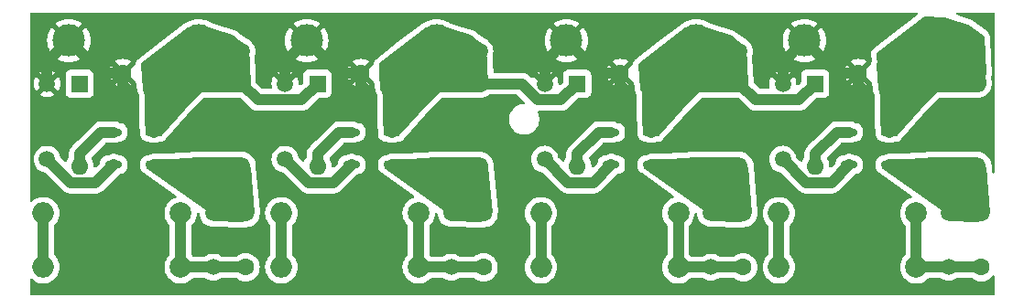
<source format=gbr>
%TF.GenerationSoftware,KiCad,Pcbnew,8.0.6*%
%TF.CreationDate,2024-12-08T18:35:23+09:00*%
%TF.ProjectId,backplane,6261636b-706c-4616-9e65-2e6b69636164,rev?*%
%TF.SameCoordinates,Original*%
%TF.FileFunction,Copper,L1,Top*%
%TF.FilePolarity,Positive*%
%FSLAX46Y46*%
G04 Gerber Fmt 4.6, Leading zero omitted, Abs format (unit mm)*
G04 Created by KiCad (PCBNEW 8.0.6) date 2024-12-08 18:35:23*
%MOMM*%
%LPD*%
G01*
G04 APERTURE LIST*
G04 Aperture macros list*
%AMRoundRect*
0 Rectangle with rounded corners*
0 $1 Rounding radius*
0 $2 $3 $4 $5 $6 $7 $8 $9 X,Y pos of 4 corners*
0 Add a 4 corners polygon primitive as box body*
4,1,4,$2,$3,$4,$5,$6,$7,$8,$9,$2,$3,0*
0 Add four circle primitives for the rounded corners*
1,1,$1+$1,$2,$3*
1,1,$1+$1,$4,$5*
1,1,$1+$1,$6,$7*
1,1,$1+$1,$8,$9*
0 Add four rect primitives between the rounded corners*
20,1,$1+$1,$2,$3,$4,$5,0*
20,1,$1+$1,$4,$5,$6,$7,0*
20,1,$1+$1,$6,$7,$8,$9,0*
20,1,$1+$1,$8,$9,$2,$3,0*%
%AMFreePoly0*
4,1,13,0.900000,0.500000,2.600000,0.500000,2.600000,-0.500000,0.900000,-0.500000,0.400000,-1.000000,-0.400000,-1.000000,-0.900000,-0.500000,-2.600000,-0.500000,-2.600000,0.500000,-0.900000,0.500000,-0.400000,1.000000,0.400000,1.000000,0.900000,0.500000,0.900000,0.500000,$1*%
G04 Aperture macros list end*
%TA.AperFunction,ComponentPad*%
%ADD10C,3.000000*%
%TD*%
%TA.AperFunction,ComponentPad*%
%ADD11R,1.600000X1.600000*%
%TD*%
%TA.AperFunction,ComponentPad*%
%ADD12O,1.600000X1.600000*%
%TD*%
%TA.AperFunction,ComponentPad*%
%ADD13C,1.600000*%
%TD*%
%TA.AperFunction,ComponentPad*%
%ADD14C,2.000000*%
%TD*%
%TA.AperFunction,ComponentPad*%
%ADD15O,2.000000X2.000000*%
%TD*%
%TA.AperFunction,ComponentPad*%
%ADD16C,1.500000*%
%TD*%
%TA.AperFunction,SMDPad,CuDef*%
%ADD17RoundRect,0.175000X-0.575000X-0.175000X0.575000X-0.175000X0.575000X0.175000X-0.575000X0.175000X0*%
%TD*%
%TA.AperFunction,SMDPad,CuDef*%
%ADD18FreePoly0,0.000000*%
%TD*%
%TA.AperFunction,ViaPad*%
%ADD19C,0.600000*%
%TD*%
%TA.AperFunction,Conductor*%
%ADD20C,1.000000*%
%TD*%
G04 APERTURE END LIST*
D10*
%TO.P,TP6,1,1*%
%TO.N,+12V*%
X16000000Y-3000000D03*
%TD*%
%TO.P,TP18,1,1*%
%TO.N,GND*%
X50000000Y-3000000D03*
%TD*%
D11*
%TO.P,D3,1,K*%
%TO.N,+12V*%
X51000000Y-7000000D03*
D12*
%TO.P,D3,2,A*%
%TO.N,Net-(D3-A)*%
X51000000Y-14620000D03*
%TD*%
D11*
%TO.P,C7,1*%
%TO.N,+12V*%
X79500000Y-6000000D03*
D13*
%TO.P,C7,2*%
%TO.N,GND*%
X77000000Y-6000000D03*
%TD*%
%TO.P,C8,1*%
%TO.N,Net-(U4-CSN)*%
X88350000Y-19000000D03*
%TO.P,C8,2*%
%TO.N,Net-(C8-Pad2)*%
X88350000Y-24000000D03*
%TD*%
D14*
%TO.P,L5,1,1*%
%TO.N,Net-(C6-Pad2)*%
X60350000Y-19000000D03*
D15*
%TO.P,L5,2,2*%
%TO.N,Net-(D3-A)*%
X47650000Y-19000000D03*
%TD*%
D11*
%TO.P,D2,1,K*%
%TO.N,+12V*%
X27000000Y-7000000D03*
D12*
%TO.P,D2,2,A*%
%TO.N,Net-(D2-A)*%
X27000000Y-14620000D03*
%TD*%
D11*
%TO.P,D4,1,K*%
%TO.N,+12V*%
X73000000Y-7000000D03*
D12*
%TO.P,D4,2,A*%
%TO.N,Net-(D4-A)*%
X73000000Y-14620000D03*
%TD*%
D16*
%TO.P,TP12,1,1*%
%TO.N,GND*%
X24000000Y-7000000D03*
%TD*%
D13*
%TO.P,R7,1*%
%TO.N,+12V*%
X88000000Y-7000000D03*
D12*
%TO.P,R7,2*%
%TO.N,Net-(U4-CSN)*%
X88000000Y-14620000D03*
%TD*%
D13*
%TO.P,R4,1*%
%TO.N,+12V*%
X38000000Y-7000000D03*
D12*
%TO.P,R4,2*%
%TO.N,Net-(U2-CSN)*%
X38000000Y-14620000D03*
%TD*%
D13*
%TO.P,R6,1*%
%TO.N,+12V*%
X62000000Y-7000000D03*
D12*
%TO.P,R6,2*%
%TO.N,Net-(U3-CSN)*%
X62000000Y-14620000D03*
%TD*%
D14*
%TO.P,L3,1,1*%
%TO.N,Net-(C4-Pad2)*%
X36350000Y-19000000D03*
D15*
%TO.P,L3,2,2*%
%TO.N,Net-(D2-A)*%
X23650000Y-19000000D03*
%TD*%
D13*
%TO.P,R5,1*%
%TO.N,+12V*%
X66000000Y-7000000D03*
D12*
%TO.P,R5,2*%
%TO.N,Net-(U3-CSN)*%
X66000000Y-14620000D03*
%TD*%
D16*
%TO.P,TP13,1,1*%
%TO.N,Net-(U2-CSN)*%
X39350000Y-19000000D03*
%TD*%
%TO.P,TP21,1,1*%
%TO.N,Net-(C6-Pad2)*%
X63350000Y-24000000D03*
%TD*%
%TO.P,TP19,1,1*%
%TO.N,GND*%
X48000000Y-7000000D03*
%TD*%
D17*
%TO.P,U2,1,SW*%
%TO.N,Net-(D2-A)*%
X30150000Y-11500000D03*
D18*
%TO.P,U2,2,GND*%
%TO.N,GND*%
X32000000Y-13000000D03*
D17*
%TO.P,U2,3,DIM*%
%TO.N,Net-(U2-DIM)*%
X30150000Y-14500000D03*
%TO.P,U2,4,CSN*%
%TO.N,Net-(U2-CSN)*%
X33850000Y-14500000D03*
%TO.P,U2,5,VIN*%
%TO.N,+12V*%
X33850000Y-11500000D03*
%TD*%
D13*
%TO.P,R1,1*%
%TO.N,+12V*%
X20000000Y-7000000D03*
D12*
%TO.P,R1,2*%
%TO.N,Net-(U1-CSN)*%
X20000000Y-14620000D03*
%TD*%
D17*
%TO.P,U1,1,SW*%
%TO.N,Net-(D1-A)*%
X8150000Y-11500000D03*
D18*
%TO.P,U1,2,GND*%
%TO.N,GND*%
X10000000Y-13000000D03*
D17*
%TO.P,U1,3,DIM*%
%TO.N,Net-(U1-DIM)*%
X8150000Y-14500000D03*
%TO.P,U1,4,CSN*%
%TO.N,Net-(U1-CSN)*%
X11850000Y-14500000D03*
%TO.P,U1,5,VIN*%
%TO.N,+12V*%
X11850000Y-11500000D03*
%TD*%
D10*
%TO.P,TP11,1,1*%
%TO.N,GND*%
X26000000Y-3000000D03*
%TD*%
D16*
%TO.P,TP1,1,1*%
%TO.N,Net-(U1-CSN)*%
X17350000Y-19000000D03*
%TD*%
D11*
%TO.P,C1,1*%
%TO.N,+12V*%
X11500000Y-6000000D03*
D13*
%TO.P,C1,2*%
%TO.N,GND*%
X9000000Y-6000000D03*
%TD*%
%TO.P,R2,1*%
%TO.N,+12V*%
X16000000Y-7000000D03*
D12*
%TO.P,R2,2*%
%TO.N,Net-(U1-CSN)*%
X16000000Y-14620000D03*
%TD*%
D10*
%TO.P,TP7,1,1*%
%TO.N,GND*%
X4000000Y-3000000D03*
%TD*%
D16*
%TO.P,TP10,1,1*%
%TO.N,Net-(U2-DIM)*%
X24000000Y-14000000D03*
%TD*%
%TO.P,TP16,1,1*%
%TO.N,+12V*%
X66000000Y-4000000D03*
%TD*%
D14*
%TO.P,L2,1,1*%
%TO.N,Net-(C2-Pad2)*%
X14350000Y-24000000D03*
D15*
%TO.P,L2,2,2*%
%TO.N,Net-(D1-A)*%
X1650000Y-24000000D03*
%TD*%
D14*
%TO.P,L8,1,1*%
%TO.N,Net-(C8-Pad2)*%
X82350000Y-24000000D03*
D15*
%TO.P,L8,2,2*%
%TO.N,Net-(D4-A)*%
X69650000Y-24000000D03*
%TD*%
D16*
%TO.P,TP26,1,1*%
%TO.N,GND*%
X70000000Y-7000000D03*
%TD*%
D14*
%TO.P,L7,1,1*%
%TO.N,Net-(C8-Pad2)*%
X82350000Y-19000000D03*
D15*
%TO.P,L7,2,2*%
%TO.N,Net-(D4-A)*%
X69650000Y-19000000D03*
%TD*%
D16*
%TO.P,TP17,1,1*%
%TO.N,Net-(U3-DIM)*%
X48000000Y-14000000D03*
%TD*%
D11*
%TO.P,C3,1*%
%TO.N,+12V*%
X33500000Y-6000000D03*
D13*
%TO.P,C3,2*%
%TO.N,GND*%
X31000000Y-6000000D03*
%TD*%
D16*
%TO.P,TP2,1,1*%
%TO.N,+12V*%
X20000000Y-4000000D03*
%TD*%
D11*
%TO.P,D1,1,K*%
%TO.N,+12V*%
X5000000Y-7000000D03*
D12*
%TO.P,D1,2,A*%
%TO.N,Net-(D1-A)*%
X5000000Y-14620000D03*
%TD*%
D16*
%TO.P,TP3,1,1*%
%TO.N,GND*%
X2000000Y-7000000D03*
%TD*%
D14*
%TO.P,L1,1,1*%
%TO.N,Net-(C2-Pad2)*%
X14350000Y-19000000D03*
D15*
%TO.P,L1,2,2*%
%TO.N,Net-(D1-A)*%
X1650000Y-19000000D03*
%TD*%
D16*
%TO.P,TP14,1,1*%
%TO.N,Net-(C4-Pad2)*%
X39350000Y-24000000D03*
%TD*%
D10*
%TO.P,TP8,1,1*%
%TO.N,+12V*%
X38000000Y-3000000D03*
%TD*%
D16*
%TO.P,TP20,1,1*%
%TO.N,Net-(U3-CSN)*%
X63350000Y-19000000D03*
%TD*%
D10*
%TO.P,TP22,1,1*%
%TO.N,+12V*%
X84000000Y-3000000D03*
%TD*%
%TO.P,TP15,1,1*%
%TO.N,+12V*%
X62000000Y-3000000D03*
%TD*%
D16*
%TO.P,TP27,1,1*%
%TO.N,Net-(U4-CSN)*%
X85350000Y-19000000D03*
%TD*%
D17*
%TO.P,U3,1,SW*%
%TO.N,Net-(D3-A)*%
X54150000Y-11500000D03*
D18*
%TO.P,U3,2,GND*%
%TO.N,GND*%
X56000000Y-13000000D03*
D17*
%TO.P,U3,3,DIM*%
%TO.N,Net-(U3-DIM)*%
X54150000Y-14500000D03*
%TO.P,U3,4,CSN*%
%TO.N,Net-(U3-CSN)*%
X57850000Y-14500000D03*
%TO.P,U3,5,VIN*%
%TO.N,+12V*%
X57850000Y-11500000D03*
%TD*%
D13*
%TO.P,R3,1*%
%TO.N,+12V*%
X42000000Y-7000000D03*
D12*
%TO.P,R3,2*%
%TO.N,Net-(U2-CSN)*%
X42000000Y-14620000D03*
%TD*%
D16*
%TO.P,TP28,1,1*%
%TO.N,Net-(C8-Pad2)*%
X85350000Y-24000000D03*
%TD*%
D13*
%TO.P,C4,1*%
%TO.N,Net-(U2-CSN)*%
X42350000Y-19000000D03*
%TO.P,C4,2*%
%TO.N,Net-(C4-Pad2)*%
X42350000Y-24000000D03*
%TD*%
D11*
%TO.P,C5,1*%
%TO.N,+12V*%
X57500000Y-6000000D03*
D13*
%TO.P,C5,2*%
%TO.N,GND*%
X55000000Y-6000000D03*
%TD*%
D16*
%TO.P,TP24,1,1*%
%TO.N,Net-(U4-DIM)*%
X70000000Y-14000000D03*
%TD*%
D13*
%TO.P,C6,1*%
%TO.N,Net-(U3-CSN)*%
X66350000Y-19000000D03*
%TO.P,C6,2*%
%TO.N,Net-(C6-Pad2)*%
X66350000Y-24000000D03*
%TD*%
D14*
%TO.P,L4,1,1*%
%TO.N,Net-(C4-Pad2)*%
X36350000Y-24000000D03*
D15*
%TO.P,L4,2,2*%
%TO.N,Net-(D2-A)*%
X23650000Y-24000000D03*
%TD*%
D10*
%TO.P,TP25,1,1*%
%TO.N,GND*%
X72000000Y-3000000D03*
%TD*%
D16*
%TO.P,TP23,1,1*%
%TO.N,+12V*%
X88000000Y-4000000D03*
%TD*%
%TO.P,TP9,1,1*%
%TO.N,+12V*%
X42000000Y-4000000D03*
%TD*%
D13*
%TO.P,C2,1*%
%TO.N,Net-(U1-CSN)*%
X20350000Y-19000000D03*
%TO.P,C2,2*%
%TO.N,Net-(C2-Pad2)*%
X20350000Y-24000000D03*
%TD*%
D16*
%TO.P,TP4,1,1*%
%TO.N,Net-(C2-Pad2)*%
X17350000Y-24000000D03*
%TD*%
%TO.P,TP5,1,1*%
%TO.N,Net-(U1-DIM)*%
X2000000Y-14000000D03*
%TD*%
D14*
%TO.P,L6,1,1*%
%TO.N,Net-(C6-Pad2)*%
X60350000Y-24000000D03*
D15*
%TO.P,L6,2,2*%
%TO.N,Net-(D3-A)*%
X47650000Y-24000000D03*
%TD*%
D17*
%TO.P,U4,1,SW*%
%TO.N,Net-(D4-A)*%
X76150000Y-11500000D03*
D18*
%TO.P,U4,2,GND*%
%TO.N,GND*%
X78000000Y-13000000D03*
D17*
%TO.P,U4,3,DIM*%
%TO.N,Net-(U4-DIM)*%
X76150000Y-14500000D03*
%TO.P,U4,4,CSN*%
%TO.N,Net-(U4-CSN)*%
X79850000Y-14500000D03*
%TO.P,U4,5,VIN*%
%TO.N,+12V*%
X79850000Y-11500000D03*
%TD*%
D13*
%TO.P,R8,1*%
%TO.N,+12V*%
X84000000Y-7000000D03*
D12*
%TO.P,R8,2*%
%TO.N,Net-(U4-CSN)*%
X84000000Y-14620000D03*
%TD*%
D19*
%TO.N,GND*%
X76175000Y-9911750D03*
X27915000Y-9911750D03*
X32995000Y-2291750D03*
X10135000Y-17531750D03*
X5055000Y-9911750D03*
X55855000Y-14991750D03*
X2515000Y-9911750D03*
X58395000Y-22611750D03*
X27915000Y-17531750D03*
X58395000Y-20071750D03*
X40615000Y-12451750D03*
X53315000Y-2291750D03*
X55855000Y-22611750D03*
X78715000Y-20071750D03*
X68555000Y-9911750D03*
X32995000Y-22611750D03*
X53315000Y-9911750D03*
X30455000Y-20071750D03*
X58395000Y-2291750D03*
X71095000Y-12451750D03*
X7595000Y-20071750D03*
X88875000Y-9911750D03*
X30455000Y-2291750D03*
X68555000Y-4831750D03*
X10135000Y-25151750D03*
X78715000Y-17531750D03*
X76175000Y-2291750D03*
X7595000Y-25151750D03*
X17755000Y-9911750D03*
X45695000Y-22611750D03*
X50775000Y-20071750D03*
X45695000Y-14991750D03*
X76175000Y-25151750D03*
X10135000Y-14991750D03*
X76175000Y-20071750D03*
X53315000Y-20071750D03*
X60935000Y-12451750D03*
X78715000Y-22611750D03*
X7595000Y-22611750D03*
X55855000Y-17531750D03*
X38075000Y-12451750D03*
X40615000Y-22611750D03*
X73635000Y-20071750D03*
X15215000Y-12451750D03*
X7595000Y-9911750D03*
X78715000Y-25151750D03*
X32995000Y-17531750D03*
X55855000Y-25151750D03*
X7595000Y-17531750D03*
X66015000Y-9911750D03*
X30455000Y-17531750D03*
X50775000Y-17531750D03*
X22835000Y-12451750D03*
X58395000Y-17531750D03*
X68555000Y-2291750D03*
X25375000Y-9911750D03*
X73635000Y-17531750D03*
X48235000Y-9911750D03*
X22835000Y-2291750D03*
X5055000Y-17531750D03*
X53315000Y-17531750D03*
X63475000Y-9911750D03*
X43155000Y-9911750D03*
X71095000Y-9911750D03*
X53315000Y-22611750D03*
X76175000Y-17531750D03*
X73635000Y-25151750D03*
X88875000Y-12451750D03*
X55855000Y-20071750D03*
X58395000Y-25151750D03*
X43155000Y-2291750D03*
X25375000Y-12451750D03*
X45695000Y-20071750D03*
X68555000Y-12451750D03*
X53315000Y-25151750D03*
X27915000Y-20071750D03*
X45695000Y-25151750D03*
X63475000Y-12451750D03*
X83795000Y-12451750D03*
X45695000Y-12451750D03*
X45695000Y-17531750D03*
X30455000Y-22611750D03*
X30455000Y-9911750D03*
X50775000Y-22611750D03*
X20295000Y-12451750D03*
X55855000Y-2291750D03*
X17755000Y-12451750D03*
X12675000Y-22611750D03*
X10135000Y-2291750D03*
X43155000Y-12451750D03*
X5055000Y-25151750D03*
X27915000Y-22611750D03*
X38075000Y-22611750D03*
X38075000Y-9911750D03*
X40615000Y-9911750D03*
X27915000Y-25151750D03*
X5055000Y-22611750D03*
X50775000Y-25151750D03*
X66015000Y-12451750D03*
X78715000Y-2291750D03*
X73635000Y-22611750D03*
X25375000Y-22611750D03*
X10135000Y-20071750D03*
X86335000Y-12451750D03*
X12675000Y-17531750D03*
X20295000Y-9911750D03*
X76175000Y-22611750D03*
X30455000Y-25151750D03*
X73635000Y-9911750D03*
X22835000Y-9911750D03*
X32995000Y-25151750D03*
X7595000Y-2291750D03*
X32995000Y-20071750D03*
X86335000Y-9911750D03*
X45695000Y-4831750D03*
X5055000Y-20071750D03*
X10135000Y-22611750D03*
X50775000Y-9911750D03*
X45695000Y-2291750D03*
%TD*%
D20*
%TO.N,GND*%
X2000000Y-7000000D02*
X2000000Y-5000000D01*
X75000000Y-6000000D02*
X72000000Y-3000000D01*
X55000000Y-6000000D02*
X53000000Y-6000000D01*
X24000000Y-5000000D02*
X26000000Y-3000000D01*
X29000000Y-6000000D02*
X26000000Y-3000000D01*
X9000000Y-7131370D02*
X9000000Y-6000000D01*
X24000000Y-7000000D02*
X24000000Y-5000000D01*
X53000000Y-6000000D02*
X50000000Y-3000000D01*
X32000000Y-13000000D02*
X32000000Y-8131370D01*
X78000000Y-13000000D02*
X78000000Y-8131370D01*
X48000000Y-5000000D02*
X50000000Y-3000000D01*
X10000000Y-8131370D02*
X9000000Y-7131370D01*
X56000000Y-8131370D02*
X55000000Y-7131370D01*
X55000000Y-7131370D02*
X55000000Y-6000000D01*
X7000000Y-6000000D02*
X4000000Y-3000000D01*
X56000000Y-13000000D02*
X56000000Y-8131370D01*
X70000000Y-5000000D02*
X72000000Y-3000000D01*
X48000000Y-7000000D02*
X48000000Y-5000000D01*
X77000000Y-7131370D02*
X77000000Y-6000000D01*
X77000000Y-6000000D02*
X75000000Y-6000000D01*
X9000000Y-6000000D02*
X7000000Y-6000000D01*
X31000000Y-6000000D02*
X29000000Y-6000000D01*
X31000000Y-7131370D02*
X31000000Y-6000000D01*
X32000000Y-8131370D02*
X31000000Y-7131370D01*
X78000000Y-8131370D02*
X77000000Y-7131370D01*
X2000000Y-5000000D02*
X4000000Y-3000000D01*
X70000000Y-7000000D02*
X70000000Y-5000000D01*
X10000000Y-13000000D02*
X10000000Y-8131370D01*
%TO.N,+12V*%
X66000000Y-7000000D02*
X62000000Y-7000000D01*
X20000000Y-4000000D02*
X20000000Y-7000000D01*
X79850000Y-6350000D02*
X79500000Y-6000000D01*
X62000000Y-7000000D02*
X62000000Y-7350000D01*
X87000000Y-3000000D02*
X88000000Y-4000000D01*
X79500000Y-6000000D02*
X81000000Y-6000000D01*
X59000000Y-6000000D02*
X62000000Y-3000000D01*
X33850000Y-6350000D02*
X33500000Y-6000000D01*
X81000000Y-6000000D02*
X84000000Y-3000000D01*
X42000000Y-7000000D02*
X45878679Y-7000000D01*
X47378679Y-8500000D02*
X49500000Y-8500000D01*
X62000000Y-3000000D02*
X65000000Y-3000000D01*
X35000000Y-6000000D02*
X38000000Y-3000000D01*
X16000000Y-3000000D02*
X19000000Y-3000000D01*
X11500000Y-6000000D02*
X13000000Y-6000000D01*
X38000000Y-3000000D02*
X41000000Y-3000000D01*
X84000000Y-7350000D02*
X79850000Y-11500000D01*
X41000000Y-3000000D02*
X42000000Y-4000000D01*
X20000000Y-7000000D02*
X16000000Y-7000000D01*
X11850000Y-6350000D02*
X11500000Y-6000000D01*
X33500000Y-6000000D02*
X35000000Y-6000000D01*
X38000000Y-7000000D02*
X38000000Y-7350000D01*
X11850000Y-11500000D02*
X11850000Y-6350000D01*
X20000000Y-7000000D02*
X21500000Y-8500000D01*
X57850000Y-11500000D02*
X57850000Y-6350000D01*
X79850000Y-11500000D02*
X79850000Y-6350000D01*
X33850000Y-11500000D02*
X33850000Y-6350000D01*
X62000000Y-7350000D02*
X57850000Y-11500000D01*
X16000000Y-7350000D02*
X11850000Y-11500000D01*
X42000000Y-7000000D02*
X38000000Y-7000000D01*
X49500000Y-8500000D02*
X51000000Y-7000000D01*
X13000000Y-6000000D02*
X16000000Y-3000000D01*
X65000000Y-3000000D02*
X66000000Y-4000000D01*
X25500000Y-8500000D02*
X27000000Y-7000000D01*
X84000000Y-7000000D02*
X84000000Y-7350000D01*
X16000000Y-7000000D02*
X16000000Y-7350000D01*
X57500000Y-6000000D02*
X59000000Y-6000000D01*
X21500000Y-8500000D02*
X25500000Y-8500000D01*
X67500000Y-8500000D02*
X71500000Y-8500000D01*
X66000000Y-4000000D02*
X66000000Y-7000000D01*
X57850000Y-6350000D02*
X57500000Y-6000000D01*
X45878679Y-7000000D02*
X47378679Y-8500000D01*
X66000000Y-7000000D02*
X67500000Y-8500000D01*
X84000000Y-3000000D02*
X87000000Y-3000000D01*
X71500000Y-8500000D02*
X73000000Y-7000000D01*
X88000000Y-7000000D02*
X84000000Y-7000000D01*
X42000000Y-4000000D02*
X42000000Y-7000000D01*
X88000000Y-4000000D02*
X88000000Y-7000000D01*
X38000000Y-7350000D02*
X33850000Y-11500000D01*
X19000000Y-3000000D02*
X20000000Y-4000000D01*
%TO.N,Net-(C2-Pad2)*%
X17350000Y-24000000D02*
X20350000Y-24000000D01*
X14350000Y-24000000D02*
X17350000Y-24000000D01*
X14350000Y-19000000D02*
X14350000Y-24000000D01*
%TO.N,Net-(U1-CSN)*%
X15880000Y-14500000D02*
X16000000Y-14620000D01*
X17350000Y-15970000D02*
X16000000Y-14620000D01*
X17350000Y-19000000D02*
X17350000Y-15970000D01*
X11850000Y-14500000D02*
X15880000Y-14500000D01*
X20000000Y-18650000D02*
X20350000Y-19000000D01*
X16000000Y-14620000D02*
X20000000Y-14620000D01*
X20350000Y-19000000D02*
X17350000Y-19000000D01*
X20000000Y-14620000D02*
X20000000Y-18650000D01*
%TO.N,Net-(D1-A)*%
X1650000Y-24000000D02*
X1650000Y-19000000D01*
X6988630Y-11500000D02*
X8150000Y-11500000D01*
X5000000Y-13488630D02*
X6988630Y-11500000D01*
X5000000Y-14620000D02*
X5000000Y-13488630D01*
%TO.N,Net-(U1-DIM)*%
X4170000Y-16170000D02*
X6480000Y-16170000D01*
X2000000Y-14000000D02*
X4170000Y-16170000D01*
X6480000Y-16170000D02*
X8150000Y-14500000D01*
%TO.N,Net-(U2-CSN)*%
X42000000Y-18650000D02*
X42350000Y-19000000D01*
X33850000Y-14500000D02*
X37880000Y-14500000D01*
X39350000Y-15970000D02*
X38000000Y-14620000D01*
X42000000Y-14620000D02*
X42000000Y-18650000D01*
X37880000Y-14500000D02*
X38000000Y-14620000D01*
X38000000Y-14620000D02*
X42000000Y-14620000D01*
X39350000Y-19000000D02*
X39350000Y-15970000D01*
X42350000Y-19000000D02*
X39350000Y-19000000D01*
%TO.N,Net-(C4-Pad2)*%
X39350000Y-24000000D02*
X42350000Y-24000000D01*
X36350000Y-24000000D02*
X39350000Y-24000000D01*
X36350000Y-19000000D02*
X36350000Y-24000000D01*
%TO.N,Net-(U3-CSN)*%
X66000000Y-14620000D02*
X66000000Y-18650000D01*
X57850000Y-14500000D02*
X61880000Y-14500000D01*
X63350000Y-15970000D02*
X62000000Y-14620000D01*
X66000000Y-18650000D02*
X66350000Y-19000000D01*
X63350000Y-19000000D02*
X63350000Y-15970000D01*
X66350000Y-19000000D02*
X63350000Y-19000000D01*
X61880000Y-14500000D02*
X62000000Y-14620000D01*
X62000000Y-14620000D02*
X66000000Y-14620000D01*
%TO.N,Net-(C6-Pad2)*%
X63350000Y-24000000D02*
X66350000Y-24000000D01*
X60350000Y-24000000D02*
X63350000Y-24000000D01*
X60350000Y-19000000D02*
X60350000Y-24000000D01*
%TO.N,Net-(U4-CSN)*%
X85350000Y-19000000D02*
X85350000Y-15970000D01*
X85350000Y-15970000D02*
X84000000Y-14620000D01*
X84000000Y-14620000D02*
X88000000Y-14620000D01*
X83880000Y-14500000D02*
X84000000Y-14620000D01*
X88000000Y-14620000D02*
X88000000Y-18650000D01*
X88000000Y-18650000D02*
X88350000Y-19000000D01*
X88350000Y-19000000D02*
X85350000Y-19000000D01*
X79850000Y-14500000D02*
X83880000Y-14500000D01*
%TO.N,Net-(C8-Pad2)*%
X82350000Y-24000000D02*
X85350000Y-24000000D01*
X82350000Y-19000000D02*
X82350000Y-24000000D01*
X85350000Y-24000000D02*
X88350000Y-24000000D01*
%TO.N,Net-(D2-A)*%
X27000000Y-13488630D02*
X28988630Y-11500000D01*
X27000000Y-14620000D02*
X27000000Y-13488630D01*
X28988630Y-11500000D02*
X30150000Y-11500000D01*
X23650000Y-24000000D02*
X23650000Y-19000000D01*
%TO.N,Net-(D3-A)*%
X52988630Y-11500000D02*
X54150000Y-11500000D01*
X51000000Y-13488630D02*
X52988630Y-11500000D01*
X51000000Y-14620000D02*
X51000000Y-13488630D01*
X47650000Y-24000000D02*
X47650000Y-19000000D01*
%TO.N,Net-(D4-A)*%
X69650000Y-24000000D02*
X69650000Y-19000000D01*
X73000000Y-14620000D02*
X73000000Y-13488630D01*
X74988630Y-11500000D02*
X76150000Y-11500000D01*
X73000000Y-13488630D02*
X74988630Y-11500000D01*
%TO.N,Net-(U2-DIM)*%
X26170000Y-16170000D02*
X28480000Y-16170000D01*
X24000000Y-14000000D02*
X26170000Y-16170000D01*
X28480000Y-16170000D02*
X30150000Y-14500000D01*
%TO.N,Net-(U3-DIM)*%
X48000000Y-14000000D02*
X50170000Y-16170000D01*
X52480000Y-16170000D02*
X54150000Y-14500000D01*
X50170000Y-16170000D02*
X52480000Y-16170000D01*
%TO.N,Net-(U4-DIM)*%
X72170000Y-16170000D02*
X74480000Y-16170000D01*
X70000000Y-14000000D02*
X72170000Y-16170000D01*
X74480000Y-16170000D02*
X76150000Y-14500000D01*
%TD*%
%TA.AperFunction,Conductor*%
%TO.N,+12V*%
G36*
X84969798Y-1817381D02*
G01*
X87160666Y-2511607D01*
X88630260Y-3584501D01*
X88762982Y-6165982D01*
X88762982Y-6165984D01*
X88808534Y-7051946D01*
X88792318Y-7119908D01*
X88789110Y-7125202D01*
X88465706Y-7630029D01*
X88412968Y-7675860D01*
X88396925Y-7681911D01*
X88008274Y-7798505D01*
X87971181Y-7803725D01*
X84167382Y-7758869D01*
X84167381Y-7758869D01*
X80591219Y-11816609D01*
X80532125Y-11853888D01*
X80492737Y-11858502D01*
X79229044Y-11802868D01*
X79162935Y-11780254D01*
X79119547Y-11725489D01*
X79110797Y-11687588D01*
X79000798Y-10104494D01*
X79000500Y-10095899D01*
X79000500Y-8236045D01*
X79000501Y-8236024D01*
X79000501Y-8032827D01*
X79000500Y-8032825D01*
X78962053Y-7839542D01*
X78962052Y-7839535D01*
X78886632Y-7657456D01*
X78886631Y-7657455D01*
X78886627Y-7657447D01*
X78851772Y-7605284D01*
X78842599Y-7591556D01*
X78822000Y-7531265D01*
X78662011Y-5228719D01*
X78677002Y-5160478D01*
X78710230Y-5121747D01*
X83040392Y-1799349D01*
X84969798Y-1817381D01*
G37*
%TD.AperFunction*%
%TD*%
%TA.AperFunction,Conductor*%
%TO.N,+12V*%
G36*
X62951220Y-1817207D02*
G01*
X62987513Y-1822994D01*
X64295765Y-2237543D01*
X65141361Y-2505490D01*
X65177020Y-2523547D01*
X66582571Y-3549685D01*
X66625109Y-3605113D01*
X66633291Y-3643468D01*
X66808534Y-7051946D01*
X66792318Y-7119908D01*
X66789110Y-7125202D01*
X66465706Y-7630029D01*
X66412968Y-7675860D01*
X66396925Y-7681911D01*
X66008274Y-7798505D01*
X65971181Y-7803725D01*
X62167382Y-7758869D01*
X62167381Y-7758869D01*
X58591219Y-11816609D01*
X58532125Y-11853888D01*
X58492737Y-11858502D01*
X57229044Y-11802868D01*
X57162935Y-11780254D01*
X57119547Y-11725489D01*
X57110797Y-11687588D01*
X57000798Y-10104494D01*
X57000500Y-10095899D01*
X57000500Y-8236045D01*
X57000501Y-8236024D01*
X57000501Y-8032827D01*
X57000500Y-8032825D01*
X56962053Y-7839542D01*
X56962052Y-7839535D01*
X56886632Y-7657456D01*
X56886631Y-7657455D01*
X56886627Y-7657447D01*
X56851772Y-7605284D01*
X56842599Y-7591556D01*
X56822000Y-7531265D01*
X56662011Y-5228720D01*
X56677002Y-5160479D01*
X56710230Y-5121747D01*
X61006487Y-1825363D01*
X61071655Y-1800173D01*
X61083118Y-1799748D01*
X62951220Y-1817207D01*
G37*
%TD.AperFunction*%
%TD*%
%TA.AperFunction,Conductor*%
%TO.N,Net-(U4-CSN)*%
G36*
X88035714Y-13800542D02*
G01*
X88062127Y-13823329D01*
X88774641Y-14639273D01*
X88803909Y-14702717D01*
X88804808Y-14710492D01*
X89158950Y-18941876D01*
X89144925Y-19010324D01*
X89111511Y-19050098D01*
X88184565Y-19771055D01*
X88119562Y-19796675D01*
X88106812Y-19797164D01*
X85352545Y-19761082D01*
X85285769Y-19740521D01*
X85247289Y-19699964D01*
X84865014Y-19050098D01*
X84656597Y-18695789D01*
X84656594Y-18695787D01*
X84656594Y-18695786D01*
X79247877Y-14875047D01*
X79204479Y-14820290D01*
X79195670Y-14781625D01*
X79188578Y-14669932D01*
X79163898Y-14281208D01*
X79179295Y-14213058D01*
X79229094Y-14164049D01*
X79278016Y-14149728D01*
X83984050Y-13783221D01*
X83993584Y-13782848D01*
X87968667Y-13780890D01*
X88035714Y-13800542D01*
G37*
%TD.AperFunction*%
%TD*%
%TA.AperFunction,Conductor*%
%TO.N,Net-(U2-CSN)*%
G36*
X42035714Y-13800542D02*
G01*
X42062127Y-13823329D01*
X42774641Y-14639273D01*
X42803909Y-14702717D01*
X42804808Y-14710492D01*
X43158950Y-18941876D01*
X43144925Y-19010324D01*
X43111511Y-19050098D01*
X42184565Y-19771055D01*
X42119562Y-19796675D01*
X42106812Y-19797164D01*
X39352545Y-19761082D01*
X39285769Y-19740521D01*
X39247289Y-19699964D01*
X38865014Y-19050098D01*
X38656597Y-18695789D01*
X38656594Y-18695787D01*
X38656594Y-18695786D01*
X33247877Y-14875047D01*
X33204479Y-14820290D01*
X33195670Y-14781625D01*
X33188578Y-14669932D01*
X33163898Y-14281208D01*
X33179295Y-14213058D01*
X33229094Y-14164049D01*
X33278016Y-14149728D01*
X37984050Y-13783221D01*
X37993584Y-13782848D01*
X41968667Y-13780890D01*
X42035714Y-13800542D01*
G37*
%TD.AperFunction*%
%TD*%
%TA.AperFunction,Conductor*%
%TO.N,Net-(U1-CSN)*%
G36*
X20035714Y-13800542D02*
G01*
X20062127Y-13823329D01*
X20774641Y-14639273D01*
X20803909Y-14702717D01*
X20804808Y-14710492D01*
X21158950Y-18941876D01*
X21144925Y-19010324D01*
X21111511Y-19050098D01*
X20184565Y-19771055D01*
X20119562Y-19796675D01*
X20106812Y-19797164D01*
X17352545Y-19761082D01*
X17285769Y-19740521D01*
X17247289Y-19699964D01*
X16865014Y-19050098D01*
X16656597Y-18695789D01*
X16656594Y-18695787D01*
X16656594Y-18695786D01*
X11247877Y-14875047D01*
X11204479Y-14820290D01*
X11195670Y-14781625D01*
X11188578Y-14669932D01*
X11163898Y-14281208D01*
X11179295Y-14213058D01*
X11229094Y-14164049D01*
X11278016Y-14149728D01*
X15984050Y-13783221D01*
X15993584Y-13782848D01*
X19968667Y-13780890D01*
X20035714Y-13800542D01*
G37*
%TD.AperFunction*%
%TD*%
%TA.AperFunction,Conductor*%
%TO.N,+12V*%
G36*
X84951220Y-817207D02*
G01*
X84987513Y-822994D01*
X86295765Y-1237543D01*
X87141361Y-1505490D01*
X87177020Y-1523547D01*
X88582571Y-2549685D01*
X88625109Y-2605113D01*
X88633291Y-2643468D01*
X88808534Y-6051945D01*
X88792318Y-6119907D01*
X88789110Y-6125201D01*
X88762982Y-6165984D01*
X88762982Y-6165987D01*
X88440926Y-6668711D01*
X87990130Y-6803949D01*
X84167382Y-6758870D01*
X80551999Y-10861112D01*
X79118469Y-10798000D01*
X79000500Y-9100206D01*
X79000500Y-8236045D01*
X79000501Y-8236024D01*
X79000501Y-8032827D01*
X79000500Y-8032825D01*
X78962053Y-7839542D01*
X78962052Y-7839535D01*
X78902996Y-7696964D01*
X78662011Y-4228720D01*
X78677002Y-4160479D01*
X78710230Y-4121747D01*
X83006487Y-825363D01*
X83071655Y-800173D01*
X83083118Y-799748D01*
X84951220Y-817207D01*
G37*
%TD.AperFunction*%
%TD*%
%TA.AperFunction,Conductor*%
%TO.N,Net-(U3-CSN)*%
G36*
X66035714Y-13800542D02*
G01*
X66062127Y-13823329D01*
X66774641Y-14639273D01*
X66803909Y-14702717D01*
X66804808Y-14710492D01*
X67158950Y-18941876D01*
X67144925Y-19010324D01*
X67111511Y-19050098D01*
X66184565Y-19771055D01*
X66119562Y-19796675D01*
X66106812Y-19797164D01*
X63352545Y-19761082D01*
X63285769Y-19740521D01*
X63247289Y-19699964D01*
X62865014Y-19050098D01*
X62656597Y-18695789D01*
X62656594Y-18695787D01*
X62656594Y-18695786D01*
X57247877Y-14875047D01*
X57204479Y-14820290D01*
X57195670Y-14781625D01*
X57188578Y-14669932D01*
X57163898Y-14281208D01*
X57179295Y-14213058D01*
X57229094Y-14164049D01*
X57278016Y-14149728D01*
X61984050Y-13783221D01*
X61993584Y-13782848D01*
X65968667Y-13780890D01*
X66035714Y-13800542D01*
G37*
%TD.AperFunction*%
%TD*%
%TA.AperFunction,Conductor*%
%TO.N,GND*%
G36*
X82431533Y-420185D02*
G01*
X82477288Y-472989D01*
X82487232Y-542147D01*
X82458207Y-605703D01*
X82439982Y-622874D01*
X79943928Y-2538019D01*
X78402514Y-3720697D01*
X78326565Y-3792609D01*
X78293344Y-3831332D01*
X78293343Y-3831333D01*
X78233829Y-3917316D01*
X78183275Y-4052017D01*
X78168666Y-4118517D01*
X78168338Y-4119914D01*
X78168281Y-4120265D01*
X78157727Y-4263756D01*
X78157727Y-4263759D01*
X78206062Y-4959408D01*
X78198454Y-5011571D01*
X78183274Y-5052017D01*
X78168666Y-5118516D01*
X78168338Y-5119913D01*
X78168281Y-5120263D01*
X78165659Y-5155913D01*
X78141108Y-5221327D01*
X78106216Y-5247335D01*
X77400000Y-5953551D01*
X77400000Y-5947339D01*
X77372741Y-5845606D01*
X77320080Y-5754394D01*
X77245606Y-5679920D01*
X77154394Y-5627259D01*
X77052661Y-5600000D01*
X77046448Y-5600000D01*
X77725472Y-4920974D01*
X77652478Y-4869863D01*
X77446331Y-4773735D01*
X77446317Y-4773730D01*
X77226610Y-4714860D01*
X77226599Y-4714858D01*
X77000002Y-4695034D01*
X76999998Y-4695034D01*
X76773400Y-4714858D01*
X76773389Y-4714860D01*
X76553682Y-4773730D01*
X76553673Y-4773734D01*
X76347516Y-4869866D01*
X76347512Y-4869868D01*
X76274526Y-4920973D01*
X76274526Y-4920974D01*
X76953553Y-5600000D01*
X76947339Y-5600000D01*
X76845606Y-5627259D01*
X76754394Y-5679920D01*
X76679920Y-5754394D01*
X76627259Y-5845606D01*
X76600000Y-5947339D01*
X76600000Y-5953552D01*
X75920974Y-5274526D01*
X75920973Y-5274526D01*
X75869868Y-5347512D01*
X75869866Y-5347516D01*
X75773734Y-5553673D01*
X75773730Y-5553682D01*
X75714860Y-5773389D01*
X75714858Y-5773400D01*
X75695034Y-5999997D01*
X75695034Y-6000002D01*
X75714858Y-6226599D01*
X75714860Y-6226610D01*
X75773730Y-6446317D01*
X75773735Y-6446331D01*
X75869863Y-6652478D01*
X75920974Y-6725472D01*
X76600000Y-6046446D01*
X76600000Y-6052661D01*
X76627259Y-6154394D01*
X76679920Y-6245606D01*
X76754394Y-6320080D01*
X76845606Y-6372741D01*
X76947339Y-6400000D01*
X76953553Y-6400000D01*
X76274526Y-7079025D01*
X76347513Y-7130132D01*
X76347521Y-7130136D01*
X76553668Y-7226264D01*
X76553682Y-7226269D01*
X76773389Y-7285139D01*
X76773400Y-7285141D01*
X76999998Y-7304966D01*
X77000002Y-7304966D01*
X77226599Y-7285141D01*
X77226610Y-7285139D01*
X77446317Y-7226269D01*
X77446331Y-7226264D01*
X77652478Y-7130136D01*
X77725471Y-7079024D01*
X77046447Y-6400000D01*
X77052661Y-6400000D01*
X77154394Y-6372741D01*
X77245606Y-6320080D01*
X77320080Y-6245606D01*
X77372741Y-6154394D01*
X77400000Y-6052661D01*
X77400000Y-6046447D01*
X78084197Y-6730644D01*
X78133192Y-6740491D01*
X78183375Y-6789106D01*
X78198049Y-6844632D01*
X78199099Y-6844576D01*
X78199146Y-6844571D01*
X78199146Y-6844573D01*
X78199324Y-6844564D01*
X78199501Y-6847876D01*
X78205908Y-6907483D01*
X78256202Y-7042327D01*
X78256202Y-7042328D01*
X78256203Y-7042330D01*
X78256204Y-7042331D01*
X78261973Y-7050038D01*
X78286392Y-7115500D01*
X78286410Y-7115754D01*
X78299557Y-7304966D01*
X78317716Y-7566304D01*
X78342613Y-7689571D01*
X78343650Y-7694702D01*
X78343650Y-7694705D01*
X78364243Y-7754976D01*
X78364247Y-7754988D01*
X78405850Y-7839139D01*
X78422295Y-7872402D01*
X78431467Y-7886128D01*
X78431467Y-7886129D01*
X78431883Y-7886752D01*
X78431918Y-7886804D01*
X78443330Y-7908172D01*
X78471303Y-7975702D01*
X78478359Y-7998962D01*
X78486987Y-8042331D01*
X78492618Y-8070643D01*
X78495001Y-8094830D01*
X78495001Y-8234560D01*
X78495000Y-8234603D01*
X78495000Y-10095920D01*
X78495303Y-10113409D01*
X78495601Y-10122007D01*
X78496512Y-10139499D01*
X78496514Y-10139533D01*
X78541666Y-10789351D01*
X78599202Y-11617407D01*
X78599500Y-11626002D01*
X78599500Y-11729594D01*
X78605685Y-11797657D01*
X78605686Y-11797662D01*
X78605687Y-11797664D01*
X78654485Y-11954263D01*
X78654488Y-11954272D01*
X78739348Y-12094648D01*
X78739351Y-12094652D01*
X78855347Y-12210648D01*
X78855351Y-12210651D01*
X78995727Y-12295511D01*
X78995730Y-12295512D01*
X79152343Y-12344315D01*
X79220406Y-12350500D01*
X79284396Y-12350500D01*
X79351435Y-12370185D01*
X79353286Y-12371398D01*
X79376083Y-12386630D01*
X79376090Y-12386634D01*
X79504833Y-12439961D01*
X79547744Y-12457735D01*
X79558164Y-12462051D01*
X79654812Y-12481275D01*
X79703135Y-12490887D01*
X79751458Y-12500500D01*
X79751459Y-12500500D01*
X79948542Y-12500500D01*
X79967870Y-12496655D01*
X80045188Y-12481275D01*
X80141836Y-12462051D01*
X80195165Y-12439961D01*
X80323914Y-12386632D01*
X80331660Y-12381456D01*
X80398333Y-12360573D01*
X80405995Y-12360672D01*
X80470504Y-12363513D01*
X80551550Y-12360569D01*
X80590938Y-12355955D01*
X80670457Y-12340092D01*
X80801833Y-12281425D01*
X80859868Y-12244813D01*
X80860772Y-12244257D01*
X80860927Y-12244146D01*
X80860932Y-12244143D01*
X80970457Y-12150838D01*
X83614296Y-9150968D01*
X83619613Y-9145306D01*
X84459710Y-8305209D01*
X84521031Y-8271726D01*
X84548844Y-8268901D01*
X87965220Y-8309190D01*
X88041625Y-8304293D01*
X88078718Y-8299073D01*
X88078724Y-8299071D01*
X88081052Y-8298744D01*
X88081055Y-8298770D01*
X88089644Y-8297624D01*
X88226692Y-8285635D01*
X88446496Y-8226739D01*
X88652734Y-8130568D01*
X88839139Y-8000047D01*
X89000047Y-7839139D01*
X89130568Y-7652734D01*
X89226739Y-7446496D01*
X89231385Y-7429159D01*
X89269973Y-7285141D01*
X89278439Y-7253541D01*
X89282931Y-7239966D01*
X89284015Y-7237228D01*
X89288628Y-7217894D01*
X89300231Y-7169267D01*
X89313367Y-7025990D01*
X89313366Y-7025982D01*
X89313367Y-7025979D01*
X89275485Y-6289207D01*
X89283299Y-6241647D01*
X89282682Y-6241453D01*
X89284010Y-6237240D01*
X89284015Y-6237228D01*
X89300231Y-6169266D01*
X89313367Y-6025990D01*
X89313366Y-6025982D01*
X89313367Y-6025979D01*
X89248984Y-4773735D01*
X89223958Y-4286991D01*
X89228020Y-4248532D01*
X89236205Y-4217984D01*
X89236204Y-4217984D01*
X89236207Y-4217977D01*
X89255277Y-4000000D01*
X89236207Y-3782023D01*
X89192310Y-3618199D01*
X89188250Y-3592475D01*
X89187740Y-3582563D01*
X89138124Y-2617513D01*
X89127667Y-2538006D01*
X89119485Y-2499651D01*
X89096588Y-2422800D01*
X89026126Y-2297354D01*
X88983588Y-2241926D01*
X88983586Y-2241924D01*
X88880636Y-2141411D01*
X88880634Y-2141409D01*
X87475090Y-1115276D01*
X87475069Y-1115263D01*
X87405404Y-1072582D01*
X87405392Y-1072575D01*
X87405385Y-1072571D01*
X87405375Y-1072566D01*
X87405359Y-1072557D01*
X87369746Y-1054523D01*
X87369720Y-1054511D01*
X87294071Y-1023609D01*
X87294064Y-1023606D01*
X87294058Y-1023604D01*
X87294050Y-1023601D01*
X87294046Y-1023600D01*
X86439405Y-752786D01*
X86439369Y-752776D01*
X86092006Y-642706D01*
X86034047Y-603692D01*
X86006380Y-539534D01*
X86017791Y-470602D01*
X86064658Y-418783D01*
X86129465Y-400500D01*
X89475500Y-400500D01*
X89542539Y-420185D01*
X89588294Y-472989D01*
X89599500Y-524500D01*
X89599500Y-15176366D01*
X89579815Y-15243405D01*
X89527011Y-15289160D01*
X89457853Y-15299104D01*
X89394297Y-15270079D01*
X89356523Y-15211301D01*
X89351932Y-15186708D01*
X89351066Y-15176366D01*
X89308547Y-14668332D01*
X89306962Y-14652429D01*
X89306960Y-14652406D01*
X89305952Y-14643694D01*
X89306173Y-14643668D01*
X89305752Y-14625415D01*
X89305468Y-14625415D01*
X89305468Y-14619998D01*
X89299801Y-14555230D01*
X89285635Y-14393308D01*
X89231276Y-14190437D01*
X89226741Y-14173511D01*
X89226738Y-14173502D01*
X89167159Y-14045736D01*
X89130568Y-13967266D01*
X89000047Y-13780861D01*
X89000045Y-13780858D01*
X88839141Y-13619954D01*
X88652734Y-13489432D01*
X88652732Y-13489431D01*
X88446497Y-13393261D01*
X88446488Y-13393258D01*
X88221464Y-13332964D01*
X88221639Y-13332309D01*
X88200383Y-13325705D01*
X88177898Y-13315450D01*
X88110843Y-13295795D01*
X87968425Y-13275390D01*
X87968418Y-13275390D01*
X83993335Y-13277348D01*
X83986017Y-13277492D01*
X83973807Y-13277734D01*
X83964310Y-13278106D01*
X83964302Y-13278106D01*
X83964288Y-13278107D01*
X83952202Y-13278813D01*
X83944797Y-13279247D01*
X81121503Y-13499126D01*
X81111875Y-13499500D01*
X79751457Y-13499500D01*
X79558170Y-13537947D01*
X79558160Y-13537950D01*
X79376093Y-13613364D01*
X79376076Y-13613374D01*
X79366279Y-13619919D01*
X79307028Y-13640436D01*
X79238779Y-13645752D01*
X79238766Y-13645754D01*
X79221797Y-13648863D01*
X79210679Y-13650383D01*
X79158287Y-13655144D01*
X79152343Y-13655685D01*
X79152340Y-13655685D01*
X79152335Y-13655687D01*
X78995736Y-13704485D01*
X78995727Y-13704488D01*
X78855351Y-13789348D01*
X78855347Y-13789351D01*
X78739351Y-13905347D01*
X78739348Y-13905351D01*
X78654488Y-14045727D01*
X78654485Y-14045736D01*
X78605687Y-14202335D01*
X78605685Y-14202343D01*
X78599500Y-14270406D01*
X78599500Y-14729594D01*
X78605685Y-14797657D01*
X78605686Y-14797662D01*
X78605687Y-14797664D01*
X78654485Y-14954263D01*
X78654488Y-14954272D01*
X78739348Y-15094648D01*
X78739350Y-15094650D01*
X78739352Y-15094653D01*
X78855347Y-15210648D01*
X78889836Y-15231497D01*
X78897140Y-15235913D01*
X78918216Y-15251961D01*
X78956220Y-15287923D01*
X78956221Y-15287924D01*
X81893125Y-17362564D01*
X81936523Y-17417321D01*
X81943428Y-17486849D01*
X81911647Y-17549072D01*
X81861844Y-17581124D01*
X81745197Y-17621169D01*
X81745188Y-17621172D01*
X81526493Y-17739524D01*
X81330257Y-17892261D01*
X81161833Y-18075217D01*
X81025826Y-18283393D01*
X80925936Y-18511118D01*
X80864892Y-18752175D01*
X80864890Y-18752187D01*
X80844357Y-18999994D01*
X80844357Y-19000005D01*
X80864890Y-19247812D01*
X80864892Y-19247824D01*
X80925936Y-19488881D01*
X81025826Y-19716606D01*
X81161833Y-19924782D01*
X81161836Y-19924785D01*
X81316730Y-20093045D01*
X81347652Y-20155698D01*
X81349500Y-20177027D01*
X81349500Y-22822971D01*
X81329815Y-22890010D01*
X81316730Y-22906953D01*
X81161836Y-23075214D01*
X81025826Y-23283393D01*
X80925936Y-23511118D01*
X80864892Y-23752175D01*
X80864890Y-23752187D01*
X80844357Y-23999994D01*
X80844357Y-24000005D01*
X80864890Y-24247812D01*
X80864892Y-24247824D01*
X80925936Y-24488881D01*
X81025826Y-24716606D01*
X81161833Y-24924782D01*
X81161836Y-24924785D01*
X81330256Y-25107738D01*
X81526491Y-25260474D01*
X81745190Y-25378828D01*
X81980386Y-25459571D01*
X82225665Y-25500500D01*
X82474335Y-25500500D01*
X82719614Y-25459571D01*
X82954810Y-25378828D01*
X83173509Y-25260474D01*
X83369744Y-25107738D01*
X83419948Y-25053202D01*
X83431626Y-25040517D01*
X83491513Y-25004526D01*
X83522855Y-25000500D01*
X84559583Y-25000500D01*
X84626622Y-25020185D01*
X84630706Y-25022925D01*
X84722356Y-25087099D01*
X84722358Y-25087100D01*
X84722361Y-25087102D01*
X84920670Y-25179575D01*
X85132023Y-25236207D01*
X85314926Y-25252208D01*
X85349998Y-25255277D01*
X85350000Y-25255277D01*
X85350002Y-25255277D01*
X85378254Y-25252805D01*
X85567977Y-25236207D01*
X85779330Y-25179575D01*
X85977639Y-25087102D01*
X86026053Y-25053202D01*
X86069294Y-25022925D01*
X86135500Y-25000598D01*
X86140417Y-25000500D01*
X87472412Y-25000500D01*
X87539451Y-25020185D01*
X87543523Y-25022917D01*
X87697266Y-25130568D01*
X87903504Y-25226739D01*
X87903509Y-25226740D01*
X87903511Y-25226741D01*
X87938839Y-25236207D01*
X88123308Y-25285635D01*
X88285230Y-25299801D01*
X88349998Y-25305468D01*
X88350000Y-25305468D01*
X88350002Y-25305468D01*
X88406673Y-25300509D01*
X88576692Y-25285635D01*
X88796496Y-25226739D01*
X89002734Y-25130568D01*
X89189139Y-25000047D01*
X89350047Y-24839139D01*
X89373925Y-24805036D01*
X89428500Y-24761412D01*
X89497999Y-24754218D01*
X89560354Y-24785740D01*
X89595768Y-24845969D01*
X89599500Y-24876160D01*
X89599500Y-26475500D01*
X89579815Y-26542539D01*
X89527011Y-26588294D01*
X89475500Y-26599500D01*
X524500Y-26599500D01*
X457461Y-26579815D01*
X411706Y-26527011D01*
X400500Y-26475500D01*
X400500Y-25175940D01*
X420185Y-25108901D01*
X472989Y-25063146D01*
X542147Y-25053202D01*
X605703Y-25082227D01*
X615725Y-25091953D01*
X630256Y-25107738D01*
X826491Y-25260474D01*
X1045190Y-25378828D01*
X1280386Y-25459571D01*
X1525665Y-25500500D01*
X1774335Y-25500500D01*
X2019614Y-25459571D01*
X2254810Y-25378828D01*
X2473509Y-25260474D01*
X2669744Y-25107738D01*
X2838164Y-24924785D01*
X2974173Y-24716607D01*
X3074063Y-24488881D01*
X3135108Y-24247821D01*
X3135109Y-24247812D01*
X3155643Y-24000005D01*
X3155643Y-23999994D01*
X3135109Y-23752187D01*
X3135107Y-23752175D01*
X3074063Y-23511118D01*
X2974173Y-23283393D01*
X2894117Y-23160858D01*
X2838164Y-23075215D01*
X2832217Y-23068754D01*
X2683270Y-22906953D01*
X2652348Y-22844299D01*
X2650500Y-22822971D01*
X2650500Y-20177027D01*
X2670185Y-20109988D01*
X2683265Y-20093049D01*
X2838164Y-19924785D01*
X2974173Y-19716607D01*
X3074063Y-19488881D01*
X3135108Y-19247821D01*
X3149709Y-19071616D01*
X3155643Y-19000005D01*
X3155643Y-18999994D01*
X3135109Y-18752187D01*
X3135107Y-18752175D01*
X3074063Y-18511118D01*
X2974173Y-18283393D01*
X2838166Y-18075217D01*
X2816557Y-18051744D01*
X2669744Y-17892262D01*
X2473509Y-17739526D01*
X2473507Y-17739525D01*
X2473506Y-17739524D01*
X2254811Y-17621172D01*
X2254802Y-17621169D01*
X2019616Y-17540429D01*
X1774335Y-17499500D01*
X1525665Y-17499500D01*
X1280383Y-17540429D01*
X1045197Y-17621169D01*
X1045188Y-17621172D01*
X826493Y-17739524D01*
X630255Y-17892262D01*
X630252Y-17892265D01*
X615729Y-17908042D01*
X555842Y-17944033D01*
X486004Y-17941932D01*
X428388Y-17902408D01*
X401287Y-17838008D01*
X400500Y-17824059D01*
X400500Y-14000000D01*
X744723Y-14000000D01*
X762425Y-14202345D01*
X763793Y-14217975D01*
X763793Y-14217979D01*
X820422Y-14429322D01*
X820424Y-14429326D01*
X820425Y-14429330D01*
X866661Y-14528484D01*
X912897Y-14627638D01*
X924140Y-14643694D01*
X1038402Y-14806877D01*
X1193123Y-14961598D01*
X1372361Y-15087102D01*
X1570670Y-15179575D01*
X1570676Y-15179576D01*
X1570677Y-15179577D01*
X1652675Y-15201548D01*
X1782023Y-15236207D01*
X1782028Y-15236207D01*
X1787351Y-15237146D01*
X1787064Y-15238771D01*
X1845139Y-15261474D01*
X1856963Y-15271883D01*
X3392860Y-16807781D01*
X3392861Y-16807782D01*
X3532218Y-16947139D01*
X3696086Y-17056632D01*
X3802745Y-17100811D01*
X3878164Y-17132051D01*
X4071454Y-17170499D01*
X4071457Y-17170500D01*
X4071459Y-17170500D01*
X6578542Y-17170500D01*
X6597870Y-17166655D01*
X6675188Y-17151275D01*
X6771836Y-17132051D01*
X6825165Y-17109961D01*
X6953914Y-17056632D01*
X7117782Y-16947139D01*
X7257139Y-16807782D01*
X7257139Y-16807780D01*
X7267347Y-16797573D01*
X7267348Y-16797570D01*
X8678102Y-15386819D01*
X8739425Y-15353334D01*
X8765783Y-15350500D01*
X8779591Y-15350500D01*
X8779594Y-15350500D01*
X8847657Y-15344315D01*
X9004270Y-15295512D01*
X9144653Y-15210648D01*
X9260648Y-15094653D01*
X9268926Y-15080958D01*
X9345511Y-14954272D01*
X9345514Y-14954263D01*
X9394315Y-14797657D01*
X9400500Y-14729594D01*
X9400500Y-14270406D01*
X10599500Y-14270406D01*
X10599500Y-14729594D01*
X10605685Y-14797657D01*
X10605686Y-14797662D01*
X10605687Y-14797664D01*
X10654485Y-14954263D01*
X10654488Y-14954272D01*
X10739348Y-15094648D01*
X10739350Y-15094650D01*
X10739352Y-15094653D01*
X10855347Y-15210648D01*
X10889836Y-15231497D01*
X10897140Y-15235913D01*
X10918216Y-15251961D01*
X10956220Y-15287923D01*
X10956221Y-15287924D01*
X13893125Y-17362564D01*
X13936523Y-17417321D01*
X13943428Y-17486849D01*
X13911647Y-17549072D01*
X13861844Y-17581124D01*
X13745197Y-17621169D01*
X13745188Y-17621172D01*
X13526493Y-17739524D01*
X13330257Y-17892261D01*
X13161833Y-18075217D01*
X13025826Y-18283393D01*
X12925936Y-18511118D01*
X12864892Y-18752175D01*
X12864890Y-18752187D01*
X12844357Y-18999994D01*
X12844357Y-19000005D01*
X12864890Y-19247812D01*
X12864892Y-19247824D01*
X12925936Y-19488881D01*
X13025826Y-19716606D01*
X13161833Y-19924782D01*
X13161836Y-19924785D01*
X13316730Y-20093045D01*
X13347652Y-20155698D01*
X13349500Y-20177027D01*
X13349500Y-22822971D01*
X13329815Y-22890010D01*
X13316730Y-22906953D01*
X13161836Y-23075214D01*
X13025826Y-23283393D01*
X12925936Y-23511118D01*
X12864892Y-23752175D01*
X12864890Y-23752187D01*
X12844357Y-23999994D01*
X12844357Y-24000005D01*
X12864890Y-24247812D01*
X12864892Y-24247824D01*
X12925936Y-24488881D01*
X13025826Y-24716606D01*
X13161833Y-24924782D01*
X13161836Y-24924785D01*
X13330256Y-25107738D01*
X13526491Y-25260474D01*
X13745190Y-25378828D01*
X13980386Y-25459571D01*
X14225665Y-25500500D01*
X14474335Y-25500500D01*
X14719614Y-25459571D01*
X14954810Y-25378828D01*
X15173509Y-25260474D01*
X15369744Y-25107738D01*
X15419948Y-25053202D01*
X15431626Y-25040517D01*
X15491513Y-25004526D01*
X15522855Y-25000500D01*
X16559583Y-25000500D01*
X16626622Y-25020185D01*
X16630706Y-25022925D01*
X16722356Y-25087099D01*
X16722358Y-25087100D01*
X16722361Y-25087102D01*
X16920670Y-25179575D01*
X17132023Y-25236207D01*
X17314926Y-25252208D01*
X17349998Y-25255277D01*
X17350000Y-25255277D01*
X17350002Y-25255277D01*
X17378254Y-25252805D01*
X17567977Y-25236207D01*
X17779330Y-25179575D01*
X17977639Y-25087102D01*
X18026053Y-25053202D01*
X18069294Y-25022925D01*
X18135500Y-25000598D01*
X18140417Y-25000500D01*
X19472412Y-25000500D01*
X19539451Y-25020185D01*
X19543523Y-25022917D01*
X19697266Y-25130568D01*
X19903504Y-25226739D01*
X19903509Y-25226740D01*
X19903511Y-25226741D01*
X19938839Y-25236207D01*
X20123308Y-25285635D01*
X20285230Y-25299801D01*
X20349998Y-25305468D01*
X20350000Y-25305468D01*
X20350002Y-25305468D01*
X20406673Y-25300509D01*
X20576692Y-25285635D01*
X20796496Y-25226739D01*
X21002734Y-25130568D01*
X21189139Y-25000047D01*
X21350047Y-24839139D01*
X21480568Y-24652734D01*
X21576739Y-24446496D01*
X21635635Y-24226692D01*
X21655468Y-24000000D01*
X21655467Y-23999994D01*
X21635635Y-23773313D01*
X21635635Y-23773308D01*
X21576739Y-23553504D01*
X21480568Y-23347266D01*
X21350047Y-23160861D01*
X21350045Y-23160858D01*
X21189141Y-22999954D01*
X21002734Y-22869432D01*
X21002732Y-22869431D01*
X20796497Y-22773261D01*
X20796488Y-22773258D01*
X20576697Y-22714366D01*
X20576693Y-22714365D01*
X20576692Y-22714365D01*
X20576691Y-22714364D01*
X20576686Y-22714364D01*
X20350002Y-22694532D01*
X20349998Y-22694532D01*
X20123313Y-22714364D01*
X20123302Y-22714366D01*
X19903511Y-22773258D01*
X19903502Y-22773261D01*
X19697267Y-22869431D01*
X19697265Y-22869432D01*
X19543535Y-22977075D01*
X19477329Y-22999402D01*
X19472412Y-22999500D01*
X18140417Y-22999500D01*
X18073378Y-22979815D01*
X18069294Y-22977075D01*
X17977643Y-22912900D01*
X17977639Y-22912898D01*
X17933385Y-22892262D01*
X17779330Y-22820425D01*
X17779326Y-22820424D01*
X17779322Y-22820422D01*
X17567977Y-22763793D01*
X17350002Y-22744723D01*
X17349998Y-22744723D01*
X17204682Y-22757436D01*
X17132023Y-22763793D01*
X17132020Y-22763793D01*
X16920677Y-22820422D01*
X16920668Y-22820426D01*
X16722361Y-22912898D01*
X16722357Y-22912900D01*
X16630707Y-22977075D01*
X16564501Y-22999402D01*
X16559584Y-22999500D01*
X15522855Y-22999500D01*
X15455816Y-22979815D01*
X15431625Y-22959483D01*
X15383270Y-22906955D01*
X15352348Y-22844300D01*
X15350500Y-22822972D01*
X15350500Y-20177027D01*
X15370185Y-20109988D01*
X15383265Y-20093049D01*
X15538164Y-19924785D01*
X15674173Y-19716607D01*
X15774063Y-19488881D01*
X15835108Y-19247821D01*
X15851715Y-19047394D01*
X15876868Y-18982214D01*
X15933269Y-18940975D01*
X16003013Y-18936776D01*
X16063955Y-18970950D01*
X16096747Y-19032647D01*
X16098819Y-19046830D01*
X16113793Y-19217976D01*
X16113793Y-19217979D01*
X16170422Y-19429322D01*
X16170424Y-19429326D01*
X16170425Y-19429330D01*
X16198194Y-19488881D01*
X16262897Y-19627638D01*
X16262898Y-19627639D01*
X16388402Y-19806877D01*
X16543123Y-19961598D01*
X16722361Y-20087102D01*
X16920670Y-20179575D01*
X17132023Y-20236207D01*
X17183208Y-20240684D01*
X17200336Y-20243400D01*
X17203772Y-20244194D01*
X17203789Y-20244199D01*
X17345921Y-20266538D01*
X17345922Y-20266539D01*
X20100182Y-20302621D01*
X20100186Y-20302620D01*
X20100190Y-20302621D01*
X20126185Y-20302293D01*
X20134153Y-20301987D01*
X20138938Y-20301804D01*
X20142918Y-20301548D01*
X20164916Y-20300136D01*
X20178925Y-20296816D01*
X20218318Y-20293947D01*
X20334649Y-20304124D01*
X20349999Y-20305468D01*
X20350000Y-20305468D01*
X20350002Y-20305468D01*
X20410956Y-20300135D01*
X20576692Y-20285635D01*
X20796496Y-20226739D01*
X21002734Y-20130568D01*
X21189139Y-20000047D01*
X21350047Y-19839139D01*
X21480568Y-19652734D01*
X21576739Y-19446496D01*
X21635635Y-19226692D01*
X21649202Y-19071608D01*
X21651250Y-19057545D01*
X21653427Y-19046922D01*
X21654125Y-19043968D01*
X21656735Y-18999994D01*
X22144357Y-18999994D01*
X22144357Y-19000005D01*
X22164890Y-19247812D01*
X22164892Y-19247824D01*
X22225936Y-19488881D01*
X22325826Y-19716606D01*
X22461833Y-19924782D01*
X22461836Y-19924785D01*
X22616730Y-20093045D01*
X22647652Y-20155698D01*
X22649500Y-20177027D01*
X22649500Y-22822971D01*
X22629815Y-22890010D01*
X22616730Y-22906953D01*
X22461836Y-23075214D01*
X22325826Y-23283393D01*
X22225936Y-23511118D01*
X22164892Y-23752175D01*
X22164890Y-23752187D01*
X22144357Y-23999994D01*
X22144357Y-24000005D01*
X22164890Y-24247812D01*
X22164892Y-24247824D01*
X22225936Y-24488881D01*
X22325826Y-24716606D01*
X22461833Y-24924782D01*
X22461836Y-24924785D01*
X22630256Y-25107738D01*
X22826491Y-25260474D01*
X23045190Y-25378828D01*
X23280386Y-25459571D01*
X23525665Y-25500500D01*
X23774335Y-25500500D01*
X24019614Y-25459571D01*
X24254810Y-25378828D01*
X24473509Y-25260474D01*
X24669744Y-25107738D01*
X24838164Y-24924785D01*
X24974173Y-24716607D01*
X25074063Y-24488881D01*
X25135108Y-24247821D01*
X25135109Y-24247812D01*
X25155643Y-24000005D01*
X25155643Y-23999994D01*
X25135109Y-23752187D01*
X25135107Y-23752175D01*
X25074063Y-23511118D01*
X24974173Y-23283393D01*
X24894117Y-23160858D01*
X24838164Y-23075215D01*
X24832217Y-23068754D01*
X24683270Y-22906953D01*
X24652348Y-22844299D01*
X24650500Y-22822971D01*
X24650500Y-20177027D01*
X24670185Y-20109988D01*
X24683265Y-20093049D01*
X24838164Y-19924785D01*
X24974173Y-19716607D01*
X25074063Y-19488881D01*
X25135108Y-19247821D01*
X25149709Y-19071616D01*
X25155643Y-19000005D01*
X25155643Y-18999994D01*
X25135109Y-18752187D01*
X25135107Y-18752175D01*
X25074063Y-18511118D01*
X24974173Y-18283393D01*
X24838166Y-18075217D01*
X24816557Y-18051744D01*
X24669744Y-17892262D01*
X24473509Y-17739526D01*
X24473507Y-17739525D01*
X24473506Y-17739524D01*
X24254811Y-17621172D01*
X24254802Y-17621169D01*
X24019616Y-17540429D01*
X23774335Y-17499500D01*
X23525665Y-17499500D01*
X23280383Y-17540429D01*
X23045197Y-17621169D01*
X23045188Y-17621172D01*
X22826493Y-17739524D01*
X22630257Y-17892261D01*
X22461833Y-18075217D01*
X22325826Y-18283393D01*
X22225936Y-18511118D01*
X22164892Y-18752175D01*
X22164890Y-18752187D01*
X22144357Y-18999994D01*
X21656735Y-18999994D01*
X21660239Y-18940975D01*
X21662689Y-18899716D01*
X21308547Y-14668332D01*
X21306962Y-14652429D01*
X21306960Y-14652406D01*
X21305952Y-14643694D01*
X21306173Y-14643668D01*
X21305752Y-14625415D01*
X21305468Y-14625415D01*
X21305468Y-14619998D01*
X21299801Y-14555230D01*
X21285635Y-14393308D01*
X21231276Y-14190437D01*
X21226741Y-14173511D01*
X21226738Y-14173502D01*
X21167159Y-14045736D01*
X21145832Y-14000000D01*
X22744723Y-14000000D01*
X22762425Y-14202345D01*
X22763793Y-14217975D01*
X22763793Y-14217979D01*
X22820422Y-14429322D01*
X22820424Y-14429326D01*
X22820425Y-14429330D01*
X22866661Y-14528484D01*
X22912897Y-14627638D01*
X22924140Y-14643694D01*
X23038402Y-14806877D01*
X23193123Y-14961598D01*
X23372361Y-15087102D01*
X23570670Y-15179575D01*
X23570676Y-15179576D01*
X23570677Y-15179577D01*
X23652675Y-15201548D01*
X23782023Y-15236207D01*
X23782028Y-15236207D01*
X23787351Y-15237146D01*
X23787064Y-15238771D01*
X23845139Y-15261474D01*
X23856963Y-15271883D01*
X25392860Y-16807781D01*
X25392861Y-16807782D01*
X25532218Y-16947139D01*
X25696086Y-17056632D01*
X25802745Y-17100811D01*
X25878164Y-17132051D01*
X26071454Y-17170499D01*
X26071457Y-17170500D01*
X26071459Y-17170500D01*
X28578542Y-17170500D01*
X28597870Y-17166655D01*
X28675188Y-17151275D01*
X28771836Y-17132051D01*
X28825165Y-17109961D01*
X28953914Y-17056632D01*
X29117782Y-16947139D01*
X29257139Y-16807782D01*
X29257139Y-16807780D01*
X29267347Y-16797573D01*
X29267348Y-16797570D01*
X30678102Y-15386819D01*
X30739425Y-15353334D01*
X30765783Y-15350500D01*
X30779591Y-15350500D01*
X30779594Y-15350500D01*
X30847657Y-15344315D01*
X31004270Y-15295512D01*
X31144653Y-15210648D01*
X31260648Y-15094653D01*
X31268926Y-15080958D01*
X31345511Y-14954272D01*
X31345514Y-14954263D01*
X31394315Y-14797657D01*
X31400500Y-14729594D01*
X31400500Y-14270406D01*
X32599500Y-14270406D01*
X32599500Y-14729594D01*
X32605685Y-14797657D01*
X32605686Y-14797662D01*
X32605687Y-14797664D01*
X32654485Y-14954263D01*
X32654488Y-14954272D01*
X32739348Y-15094648D01*
X32739350Y-15094650D01*
X32739352Y-15094653D01*
X32855347Y-15210648D01*
X32889836Y-15231497D01*
X32897140Y-15235913D01*
X32918216Y-15251961D01*
X32956220Y-15287923D01*
X32956221Y-15287924D01*
X35893125Y-17362564D01*
X35936523Y-17417321D01*
X35943428Y-17486849D01*
X35911647Y-17549072D01*
X35861844Y-17581124D01*
X35745197Y-17621169D01*
X35745188Y-17621172D01*
X35526493Y-17739524D01*
X35330257Y-17892261D01*
X35161833Y-18075217D01*
X35025826Y-18283393D01*
X34925936Y-18511118D01*
X34864892Y-18752175D01*
X34864890Y-18752187D01*
X34844357Y-18999994D01*
X34844357Y-19000005D01*
X34864890Y-19247812D01*
X34864892Y-19247824D01*
X34925936Y-19488881D01*
X35025826Y-19716606D01*
X35161833Y-19924782D01*
X35161836Y-19924785D01*
X35316730Y-20093045D01*
X35347652Y-20155698D01*
X35349500Y-20177027D01*
X35349500Y-22822971D01*
X35329815Y-22890010D01*
X35316730Y-22906953D01*
X35161836Y-23075214D01*
X35025826Y-23283393D01*
X34925936Y-23511118D01*
X34864892Y-23752175D01*
X34864890Y-23752187D01*
X34844357Y-23999994D01*
X34844357Y-24000005D01*
X34864890Y-24247812D01*
X34864892Y-24247824D01*
X34925936Y-24488881D01*
X35025826Y-24716606D01*
X35161833Y-24924782D01*
X35161836Y-24924785D01*
X35330256Y-25107738D01*
X35526491Y-25260474D01*
X35745190Y-25378828D01*
X35980386Y-25459571D01*
X36225665Y-25500500D01*
X36474335Y-25500500D01*
X36719614Y-25459571D01*
X36954810Y-25378828D01*
X37173509Y-25260474D01*
X37369744Y-25107738D01*
X37419948Y-25053202D01*
X37431626Y-25040517D01*
X37491513Y-25004526D01*
X37522855Y-25000500D01*
X38559583Y-25000500D01*
X38626622Y-25020185D01*
X38630706Y-25022925D01*
X38722356Y-25087099D01*
X38722358Y-25087100D01*
X38722361Y-25087102D01*
X38920670Y-25179575D01*
X39132023Y-25236207D01*
X39314926Y-25252208D01*
X39349998Y-25255277D01*
X39350000Y-25255277D01*
X39350002Y-25255277D01*
X39378254Y-25252805D01*
X39567977Y-25236207D01*
X39779330Y-25179575D01*
X39977639Y-25087102D01*
X40026053Y-25053202D01*
X40069294Y-25022925D01*
X40135500Y-25000598D01*
X40140417Y-25000500D01*
X41472412Y-25000500D01*
X41539451Y-25020185D01*
X41543523Y-25022917D01*
X41697266Y-25130568D01*
X41903504Y-25226739D01*
X41903509Y-25226740D01*
X41903511Y-25226741D01*
X41938839Y-25236207D01*
X42123308Y-25285635D01*
X42285230Y-25299801D01*
X42349998Y-25305468D01*
X42350000Y-25305468D01*
X42350002Y-25305468D01*
X42406673Y-25300509D01*
X42576692Y-25285635D01*
X42796496Y-25226739D01*
X43002734Y-25130568D01*
X43189139Y-25000047D01*
X43350047Y-24839139D01*
X43480568Y-24652734D01*
X43576739Y-24446496D01*
X43635635Y-24226692D01*
X43655468Y-24000000D01*
X43655467Y-23999994D01*
X43635635Y-23773313D01*
X43635635Y-23773308D01*
X43576739Y-23553504D01*
X43480568Y-23347266D01*
X43350047Y-23160861D01*
X43350045Y-23160858D01*
X43189141Y-22999954D01*
X43002734Y-22869432D01*
X43002732Y-22869431D01*
X42796497Y-22773261D01*
X42796488Y-22773258D01*
X42576697Y-22714366D01*
X42576693Y-22714365D01*
X42576692Y-22714365D01*
X42576691Y-22714364D01*
X42576686Y-22714364D01*
X42350002Y-22694532D01*
X42349998Y-22694532D01*
X42123313Y-22714364D01*
X42123302Y-22714366D01*
X41903511Y-22773258D01*
X41903502Y-22773261D01*
X41697267Y-22869431D01*
X41697265Y-22869432D01*
X41543535Y-22977075D01*
X41477329Y-22999402D01*
X41472412Y-22999500D01*
X40140417Y-22999500D01*
X40073378Y-22979815D01*
X40069294Y-22977075D01*
X39977643Y-22912900D01*
X39977639Y-22912898D01*
X39933385Y-22892262D01*
X39779330Y-22820425D01*
X39779326Y-22820424D01*
X39779322Y-22820422D01*
X39567977Y-22763793D01*
X39350002Y-22744723D01*
X39349998Y-22744723D01*
X39204682Y-22757436D01*
X39132023Y-22763793D01*
X39132020Y-22763793D01*
X38920677Y-22820422D01*
X38920668Y-22820426D01*
X38722361Y-22912898D01*
X38722357Y-22912900D01*
X38630707Y-22977075D01*
X38564501Y-22999402D01*
X38559584Y-22999500D01*
X37522855Y-22999500D01*
X37455816Y-22979815D01*
X37431625Y-22959483D01*
X37383270Y-22906955D01*
X37352348Y-22844300D01*
X37350500Y-22822972D01*
X37350500Y-20177027D01*
X37370185Y-20109988D01*
X37383265Y-20093049D01*
X37538164Y-19924785D01*
X37674173Y-19716607D01*
X37774063Y-19488881D01*
X37835108Y-19247821D01*
X37851715Y-19047394D01*
X37876868Y-18982214D01*
X37933269Y-18940975D01*
X38003013Y-18936776D01*
X38063955Y-18970950D01*
X38096747Y-19032647D01*
X38098819Y-19046830D01*
X38113793Y-19217976D01*
X38113793Y-19217979D01*
X38170422Y-19429322D01*
X38170424Y-19429326D01*
X38170425Y-19429330D01*
X38198194Y-19488881D01*
X38262897Y-19627638D01*
X38262898Y-19627639D01*
X38388402Y-19806877D01*
X38543123Y-19961598D01*
X38722361Y-20087102D01*
X38920670Y-20179575D01*
X39132023Y-20236207D01*
X39183208Y-20240684D01*
X39200336Y-20243400D01*
X39203772Y-20244194D01*
X39203789Y-20244199D01*
X39345921Y-20266538D01*
X39345922Y-20266539D01*
X42100182Y-20302621D01*
X42100186Y-20302620D01*
X42100190Y-20302621D01*
X42126185Y-20302293D01*
X42134153Y-20301987D01*
X42138938Y-20301804D01*
X42142918Y-20301548D01*
X42164916Y-20300136D01*
X42178925Y-20296816D01*
X42218318Y-20293947D01*
X42334649Y-20304124D01*
X42349999Y-20305468D01*
X42350000Y-20305468D01*
X42350002Y-20305468D01*
X42410956Y-20300135D01*
X42576692Y-20285635D01*
X42796496Y-20226739D01*
X43002734Y-20130568D01*
X43189139Y-20000047D01*
X43350047Y-19839139D01*
X43480568Y-19652734D01*
X43576739Y-19446496D01*
X43635635Y-19226692D01*
X43649202Y-19071608D01*
X43651250Y-19057545D01*
X43653427Y-19046922D01*
X43654125Y-19043968D01*
X43656735Y-18999994D01*
X46144357Y-18999994D01*
X46144357Y-19000005D01*
X46164890Y-19247812D01*
X46164892Y-19247824D01*
X46225936Y-19488881D01*
X46325826Y-19716606D01*
X46461833Y-19924782D01*
X46461836Y-19924785D01*
X46616730Y-20093045D01*
X46647652Y-20155698D01*
X46649500Y-20177027D01*
X46649500Y-22822971D01*
X46629815Y-22890010D01*
X46616730Y-22906953D01*
X46461836Y-23075214D01*
X46325826Y-23283393D01*
X46225936Y-23511118D01*
X46164892Y-23752175D01*
X46164890Y-23752187D01*
X46144357Y-23999994D01*
X46144357Y-24000005D01*
X46164890Y-24247812D01*
X46164892Y-24247824D01*
X46225936Y-24488881D01*
X46325826Y-24716606D01*
X46461833Y-24924782D01*
X46461836Y-24924785D01*
X46630256Y-25107738D01*
X46826491Y-25260474D01*
X47045190Y-25378828D01*
X47280386Y-25459571D01*
X47525665Y-25500500D01*
X47774335Y-25500500D01*
X48019614Y-25459571D01*
X48254810Y-25378828D01*
X48473509Y-25260474D01*
X48669744Y-25107738D01*
X48838164Y-24924785D01*
X48974173Y-24716607D01*
X49074063Y-24488881D01*
X49135108Y-24247821D01*
X49135109Y-24247812D01*
X49155643Y-24000005D01*
X49155643Y-23999994D01*
X49135109Y-23752187D01*
X49135107Y-23752175D01*
X49074063Y-23511118D01*
X48974173Y-23283393D01*
X48894117Y-23160858D01*
X48838164Y-23075215D01*
X48832217Y-23068754D01*
X48683270Y-22906953D01*
X48652348Y-22844299D01*
X48650500Y-22822971D01*
X48650500Y-20177027D01*
X48670185Y-20109988D01*
X48683265Y-20093049D01*
X48838164Y-19924785D01*
X48974173Y-19716607D01*
X49074063Y-19488881D01*
X49135108Y-19247821D01*
X49149709Y-19071616D01*
X49155643Y-19000005D01*
X49155643Y-18999994D01*
X49135109Y-18752187D01*
X49135107Y-18752175D01*
X49074063Y-18511118D01*
X48974173Y-18283393D01*
X48838166Y-18075217D01*
X48816557Y-18051744D01*
X48669744Y-17892262D01*
X48473509Y-17739526D01*
X48473507Y-17739525D01*
X48473506Y-17739524D01*
X48254811Y-17621172D01*
X48254802Y-17621169D01*
X48019616Y-17540429D01*
X47774335Y-17499500D01*
X47525665Y-17499500D01*
X47280383Y-17540429D01*
X47045197Y-17621169D01*
X47045188Y-17621172D01*
X46826493Y-17739524D01*
X46630257Y-17892261D01*
X46461833Y-18075217D01*
X46325826Y-18283393D01*
X46225936Y-18511118D01*
X46164892Y-18752175D01*
X46164890Y-18752187D01*
X46144357Y-18999994D01*
X43656735Y-18999994D01*
X43660239Y-18940975D01*
X43662689Y-18899716D01*
X43308547Y-14668332D01*
X43306962Y-14652429D01*
X43306960Y-14652406D01*
X43305952Y-14643694D01*
X43306173Y-14643668D01*
X43305752Y-14625415D01*
X43305468Y-14625415D01*
X43305468Y-14619998D01*
X43299801Y-14555230D01*
X43285635Y-14393308D01*
X43231276Y-14190437D01*
X43226741Y-14173511D01*
X43226738Y-14173502D01*
X43167159Y-14045736D01*
X43145832Y-14000000D01*
X46744723Y-14000000D01*
X46762425Y-14202345D01*
X46763793Y-14217975D01*
X46763793Y-14217979D01*
X46820422Y-14429322D01*
X46820424Y-14429326D01*
X46820425Y-14429330D01*
X46866661Y-14528484D01*
X46912897Y-14627638D01*
X46924140Y-14643694D01*
X47038402Y-14806877D01*
X47193123Y-14961598D01*
X47372361Y-15087102D01*
X47570670Y-15179575D01*
X47570676Y-15179576D01*
X47570677Y-15179577D01*
X47652675Y-15201548D01*
X47782023Y-15236207D01*
X47782028Y-15236207D01*
X47787351Y-15237146D01*
X47787064Y-15238771D01*
X47845139Y-15261474D01*
X47856963Y-15271883D01*
X49392860Y-16807781D01*
X49392861Y-16807782D01*
X49532218Y-16947139D01*
X49696086Y-17056632D01*
X49802745Y-17100811D01*
X49878164Y-17132051D01*
X50071454Y-17170499D01*
X50071457Y-17170500D01*
X50071459Y-17170500D01*
X52578542Y-17170500D01*
X52597870Y-17166655D01*
X52675188Y-17151275D01*
X52771836Y-17132051D01*
X52825165Y-17109961D01*
X52953914Y-17056632D01*
X53117782Y-16947139D01*
X53257139Y-16807782D01*
X53257139Y-16807780D01*
X53267347Y-16797573D01*
X53267348Y-16797570D01*
X54678102Y-15386819D01*
X54739425Y-15353334D01*
X54765783Y-15350500D01*
X54779591Y-15350500D01*
X54779594Y-15350500D01*
X54847657Y-15344315D01*
X55004270Y-15295512D01*
X55144653Y-15210648D01*
X55260648Y-15094653D01*
X55268926Y-15080958D01*
X55345511Y-14954272D01*
X55345514Y-14954263D01*
X55394315Y-14797657D01*
X55400500Y-14729594D01*
X55400500Y-14270406D01*
X56599500Y-14270406D01*
X56599500Y-14729594D01*
X56605685Y-14797657D01*
X56605686Y-14797662D01*
X56605687Y-14797664D01*
X56654485Y-14954263D01*
X56654488Y-14954272D01*
X56739348Y-15094648D01*
X56739350Y-15094650D01*
X56739352Y-15094653D01*
X56855347Y-15210648D01*
X56889836Y-15231497D01*
X56897140Y-15235913D01*
X56918216Y-15251961D01*
X56956220Y-15287923D01*
X56956221Y-15287924D01*
X59893125Y-17362564D01*
X59936523Y-17417321D01*
X59943428Y-17486849D01*
X59911647Y-17549072D01*
X59861844Y-17581124D01*
X59745197Y-17621169D01*
X59745188Y-17621172D01*
X59526493Y-17739524D01*
X59330257Y-17892261D01*
X59161833Y-18075217D01*
X59025826Y-18283393D01*
X58925936Y-18511118D01*
X58864892Y-18752175D01*
X58864890Y-18752187D01*
X58844357Y-18999994D01*
X58844357Y-19000005D01*
X58864890Y-19247812D01*
X58864892Y-19247824D01*
X58925936Y-19488881D01*
X59025826Y-19716606D01*
X59161833Y-19924782D01*
X59161836Y-19924785D01*
X59316730Y-20093045D01*
X59347652Y-20155698D01*
X59349500Y-20177027D01*
X59349500Y-22822971D01*
X59329815Y-22890010D01*
X59316730Y-22906953D01*
X59161836Y-23075214D01*
X59025826Y-23283393D01*
X58925936Y-23511118D01*
X58864892Y-23752175D01*
X58864890Y-23752187D01*
X58844357Y-23999994D01*
X58844357Y-24000005D01*
X58864890Y-24247812D01*
X58864892Y-24247824D01*
X58925936Y-24488881D01*
X59025826Y-24716606D01*
X59161833Y-24924782D01*
X59161836Y-24924785D01*
X59330256Y-25107738D01*
X59526491Y-25260474D01*
X59745190Y-25378828D01*
X59980386Y-25459571D01*
X60225665Y-25500500D01*
X60474335Y-25500500D01*
X60719614Y-25459571D01*
X60954810Y-25378828D01*
X61173509Y-25260474D01*
X61369744Y-25107738D01*
X61419948Y-25053202D01*
X61431626Y-25040517D01*
X61491513Y-25004526D01*
X61522855Y-25000500D01*
X62559583Y-25000500D01*
X62626622Y-25020185D01*
X62630706Y-25022925D01*
X62722356Y-25087099D01*
X62722358Y-25087100D01*
X62722361Y-25087102D01*
X62920670Y-25179575D01*
X63132023Y-25236207D01*
X63314926Y-25252208D01*
X63349998Y-25255277D01*
X63350000Y-25255277D01*
X63350002Y-25255277D01*
X63378254Y-25252805D01*
X63567977Y-25236207D01*
X63779330Y-25179575D01*
X63977639Y-25087102D01*
X64026053Y-25053202D01*
X64069294Y-25022925D01*
X64135500Y-25000598D01*
X64140417Y-25000500D01*
X65472412Y-25000500D01*
X65539451Y-25020185D01*
X65543523Y-25022917D01*
X65697266Y-25130568D01*
X65903504Y-25226739D01*
X65903509Y-25226740D01*
X65903511Y-25226741D01*
X65938839Y-25236207D01*
X66123308Y-25285635D01*
X66285230Y-25299801D01*
X66349998Y-25305468D01*
X66350000Y-25305468D01*
X66350002Y-25305468D01*
X66406673Y-25300509D01*
X66576692Y-25285635D01*
X66796496Y-25226739D01*
X67002734Y-25130568D01*
X67189139Y-25000047D01*
X67350047Y-24839139D01*
X67480568Y-24652734D01*
X67576739Y-24446496D01*
X67635635Y-24226692D01*
X67655468Y-24000000D01*
X67655467Y-23999994D01*
X67635635Y-23773313D01*
X67635635Y-23773308D01*
X67576739Y-23553504D01*
X67480568Y-23347266D01*
X67350047Y-23160861D01*
X67350045Y-23160858D01*
X67189141Y-22999954D01*
X67002734Y-22869432D01*
X67002732Y-22869431D01*
X66796497Y-22773261D01*
X66796488Y-22773258D01*
X66576697Y-22714366D01*
X66576693Y-22714365D01*
X66576692Y-22714365D01*
X66576691Y-22714364D01*
X66576686Y-22714364D01*
X66350002Y-22694532D01*
X66349998Y-22694532D01*
X66123313Y-22714364D01*
X66123302Y-22714366D01*
X65903511Y-22773258D01*
X65903502Y-22773261D01*
X65697267Y-22869431D01*
X65697265Y-22869432D01*
X65543535Y-22977075D01*
X65477329Y-22999402D01*
X65472412Y-22999500D01*
X64140417Y-22999500D01*
X64073378Y-22979815D01*
X64069294Y-22977075D01*
X63977643Y-22912900D01*
X63977639Y-22912898D01*
X63933385Y-22892262D01*
X63779330Y-22820425D01*
X63779326Y-22820424D01*
X63779322Y-22820422D01*
X63567977Y-22763793D01*
X63350002Y-22744723D01*
X63349998Y-22744723D01*
X63204682Y-22757436D01*
X63132023Y-22763793D01*
X63132020Y-22763793D01*
X62920677Y-22820422D01*
X62920668Y-22820426D01*
X62722361Y-22912898D01*
X62722357Y-22912900D01*
X62630707Y-22977075D01*
X62564501Y-22999402D01*
X62559584Y-22999500D01*
X61522855Y-22999500D01*
X61455816Y-22979815D01*
X61431625Y-22959483D01*
X61383270Y-22906955D01*
X61352348Y-22844300D01*
X61350500Y-22822972D01*
X61350500Y-20177027D01*
X61370185Y-20109988D01*
X61383265Y-20093049D01*
X61538164Y-19924785D01*
X61674173Y-19716607D01*
X61774063Y-19488881D01*
X61835108Y-19247821D01*
X61851715Y-19047394D01*
X61876868Y-18982214D01*
X61933269Y-18940975D01*
X62003013Y-18936776D01*
X62063955Y-18970950D01*
X62096747Y-19032647D01*
X62098819Y-19046830D01*
X62113793Y-19217976D01*
X62113793Y-19217979D01*
X62170422Y-19429322D01*
X62170424Y-19429326D01*
X62170425Y-19429330D01*
X62198194Y-19488881D01*
X62262897Y-19627638D01*
X62262898Y-19627639D01*
X62388402Y-19806877D01*
X62543123Y-19961598D01*
X62722361Y-20087102D01*
X62920670Y-20179575D01*
X63132023Y-20236207D01*
X63183208Y-20240684D01*
X63200336Y-20243400D01*
X63203772Y-20244194D01*
X63203789Y-20244199D01*
X63345921Y-20266538D01*
X63345922Y-20266539D01*
X66100182Y-20302621D01*
X66100186Y-20302620D01*
X66100190Y-20302621D01*
X66126185Y-20302293D01*
X66134153Y-20301987D01*
X66138938Y-20301804D01*
X66142918Y-20301548D01*
X66164916Y-20300136D01*
X66178925Y-20296816D01*
X66218318Y-20293947D01*
X66334649Y-20304124D01*
X66349999Y-20305468D01*
X66350000Y-20305468D01*
X66350002Y-20305468D01*
X66410956Y-20300135D01*
X66576692Y-20285635D01*
X66796496Y-20226739D01*
X67002734Y-20130568D01*
X67189139Y-20000047D01*
X67350047Y-19839139D01*
X67480568Y-19652734D01*
X67576739Y-19446496D01*
X67635635Y-19226692D01*
X67649202Y-19071608D01*
X67651250Y-19057545D01*
X67653427Y-19046922D01*
X67654125Y-19043968D01*
X67656735Y-18999994D01*
X68144357Y-18999994D01*
X68144357Y-19000005D01*
X68164890Y-19247812D01*
X68164892Y-19247824D01*
X68225936Y-19488881D01*
X68325826Y-19716606D01*
X68461833Y-19924782D01*
X68461836Y-19924785D01*
X68616730Y-20093045D01*
X68647652Y-20155698D01*
X68649500Y-20177027D01*
X68649500Y-22822971D01*
X68629815Y-22890010D01*
X68616730Y-22906953D01*
X68461836Y-23075214D01*
X68325826Y-23283393D01*
X68225936Y-23511118D01*
X68164892Y-23752175D01*
X68164890Y-23752187D01*
X68144357Y-23999994D01*
X68144357Y-24000005D01*
X68164890Y-24247812D01*
X68164892Y-24247824D01*
X68225936Y-24488881D01*
X68325826Y-24716606D01*
X68461833Y-24924782D01*
X68461836Y-24924785D01*
X68630256Y-25107738D01*
X68826491Y-25260474D01*
X69045190Y-25378828D01*
X69280386Y-25459571D01*
X69525665Y-25500500D01*
X69774335Y-25500500D01*
X70019614Y-25459571D01*
X70254810Y-25378828D01*
X70473509Y-25260474D01*
X70669744Y-25107738D01*
X70838164Y-24924785D01*
X70974173Y-24716607D01*
X71074063Y-24488881D01*
X71135108Y-24247821D01*
X71135109Y-24247812D01*
X71155643Y-24000005D01*
X71155643Y-23999994D01*
X71135109Y-23752187D01*
X71135107Y-23752175D01*
X71074063Y-23511118D01*
X70974173Y-23283393D01*
X70894117Y-23160858D01*
X70838164Y-23075215D01*
X70832217Y-23068754D01*
X70683270Y-22906953D01*
X70652348Y-22844299D01*
X70650500Y-22822971D01*
X70650500Y-20177027D01*
X70670185Y-20109988D01*
X70683265Y-20093049D01*
X70838164Y-19924785D01*
X70974173Y-19716607D01*
X71074063Y-19488881D01*
X71135108Y-19247821D01*
X71149709Y-19071616D01*
X71155643Y-19000005D01*
X71155643Y-18999994D01*
X71135109Y-18752187D01*
X71135107Y-18752175D01*
X71074063Y-18511118D01*
X70974173Y-18283393D01*
X70838166Y-18075217D01*
X70816557Y-18051744D01*
X70669744Y-17892262D01*
X70473509Y-17739526D01*
X70473507Y-17739525D01*
X70473506Y-17739524D01*
X70254811Y-17621172D01*
X70254802Y-17621169D01*
X70019616Y-17540429D01*
X69774335Y-17499500D01*
X69525665Y-17499500D01*
X69280383Y-17540429D01*
X69045197Y-17621169D01*
X69045188Y-17621172D01*
X68826493Y-17739524D01*
X68630257Y-17892261D01*
X68461833Y-18075217D01*
X68325826Y-18283393D01*
X68225936Y-18511118D01*
X68164892Y-18752175D01*
X68164890Y-18752187D01*
X68144357Y-18999994D01*
X67656735Y-18999994D01*
X67660239Y-18940975D01*
X67662689Y-18899716D01*
X67308547Y-14668332D01*
X67306962Y-14652429D01*
X67306960Y-14652406D01*
X67305952Y-14643694D01*
X67306173Y-14643668D01*
X67305752Y-14625415D01*
X67305468Y-14625415D01*
X67305468Y-14619998D01*
X67299801Y-14555230D01*
X67285635Y-14393308D01*
X67231276Y-14190437D01*
X67226741Y-14173511D01*
X67226738Y-14173502D01*
X67167159Y-14045736D01*
X67145832Y-14000000D01*
X68744723Y-14000000D01*
X68762425Y-14202345D01*
X68763793Y-14217975D01*
X68763793Y-14217979D01*
X68820422Y-14429322D01*
X68820424Y-14429326D01*
X68820425Y-14429330D01*
X68866661Y-14528484D01*
X68912897Y-14627638D01*
X68924140Y-14643694D01*
X69038402Y-14806877D01*
X69193123Y-14961598D01*
X69372361Y-15087102D01*
X69570670Y-15179575D01*
X69570676Y-15179576D01*
X69570677Y-15179577D01*
X69652675Y-15201548D01*
X69782023Y-15236207D01*
X69782028Y-15236207D01*
X69787351Y-15237146D01*
X69787064Y-15238771D01*
X69845139Y-15261474D01*
X69856963Y-15271883D01*
X71392860Y-16807781D01*
X71392861Y-16807782D01*
X71532218Y-16947139D01*
X71696086Y-17056632D01*
X71802745Y-17100811D01*
X71878164Y-17132051D01*
X72071454Y-17170499D01*
X72071457Y-17170500D01*
X72071459Y-17170500D01*
X74578542Y-17170500D01*
X74597870Y-17166655D01*
X74675188Y-17151275D01*
X74771836Y-17132051D01*
X74825165Y-17109961D01*
X74953914Y-17056632D01*
X75117782Y-16947139D01*
X75257139Y-16807782D01*
X75257139Y-16807780D01*
X75267347Y-16797573D01*
X75267348Y-16797570D01*
X76678102Y-15386819D01*
X76739425Y-15353334D01*
X76765783Y-15350500D01*
X76779591Y-15350500D01*
X76779594Y-15350500D01*
X76847657Y-15344315D01*
X77004270Y-15295512D01*
X77144653Y-15210648D01*
X77260648Y-15094653D01*
X77268926Y-15080958D01*
X77345511Y-14954272D01*
X77345514Y-14954263D01*
X77394315Y-14797657D01*
X77400500Y-14729594D01*
X77400500Y-14270406D01*
X77394315Y-14202343D01*
X77345512Y-14045730D01*
X77345511Y-14045727D01*
X77260651Y-13905351D01*
X77260648Y-13905347D01*
X77144652Y-13789351D01*
X77144648Y-13789348D01*
X77004272Y-13704488D01*
X77004263Y-13704485D01*
X76847664Y-13655687D01*
X76847662Y-13655686D01*
X76847657Y-13655685D01*
X76779594Y-13649500D01*
X76779591Y-13649500D01*
X76715606Y-13649500D01*
X76648567Y-13629815D01*
X76646716Y-13628603D01*
X76623915Y-13613368D01*
X76623905Y-13613364D01*
X76441836Y-13537948D01*
X76441828Y-13537946D01*
X76248545Y-13499500D01*
X76248541Y-13499500D01*
X76051460Y-13499500D01*
X76051455Y-13499500D01*
X75858172Y-13537946D01*
X75858164Y-13537948D01*
X75676087Y-13613367D01*
X75653285Y-13628603D01*
X75586607Y-13649480D01*
X75584395Y-13649500D01*
X75520406Y-13649500D01*
X75452343Y-13655685D01*
X75452339Y-13655686D01*
X75452335Y-13655687D01*
X75295736Y-13704485D01*
X75295727Y-13704488D01*
X75155351Y-13789348D01*
X75155347Y-13789351D01*
X75039351Y-13905347D01*
X75039348Y-13905351D01*
X74954488Y-14045727D01*
X74954485Y-14045736D01*
X74905687Y-14202335D01*
X74905685Y-14202343D01*
X74904265Y-14217975D01*
X74899500Y-14270408D01*
X74899500Y-14284217D01*
X74879815Y-14351256D01*
X74863181Y-14371898D01*
X74516685Y-14718393D01*
X74455362Y-14751878D01*
X74385670Y-14746894D01*
X74329737Y-14705022D01*
X74305320Y-14639558D01*
X74305468Y-14621020D01*
X74305468Y-14619998D01*
X74299801Y-14555230D01*
X74285635Y-14393308D01*
X74231276Y-14190437D01*
X74226741Y-14173511D01*
X74226738Y-14173502D01*
X74167159Y-14045736D01*
X74130568Y-13967266D01*
X74110232Y-13938223D01*
X74087906Y-13872019D01*
X74104916Y-13804252D01*
X74124123Y-13779425D01*
X75366732Y-12536819D01*
X75428055Y-12503334D01*
X75454413Y-12500500D01*
X76248543Y-12500500D01*
X76378582Y-12474632D01*
X76441835Y-12462051D01*
X76623914Y-12386632D01*
X76631659Y-12381457D01*
X76646714Y-12371398D01*
X76713391Y-12350520D01*
X76715605Y-12350500D01*
X76779591Y-12350500D01*
X76779594Y-12350500D01*
X76847657Y-12344315D01*
X77004270Y-12295512D01*
X77027572Y-12281426D01*
X77144648Y-12210651D01*
X77144647Y-12210651D01*
X77144653Y-12210648D01*
X77260648Y-12094653D01*
X77345512Y-11954270D01*
X77394315Y-11797657D01*
X77400500Y-11729594D01*
X77400500Y-11270406D01*
X77394315Y-11202343D01*
X77345512Y-11045730D01*
X77345511Y-11045727D01*
X77260651Y-10905351D01*
X77260648Y-10905347D01*
X77144652Y-10789351D01*
X77144648Y-10789348D01*
X77004272Y-10704488D01*
X77004263Y-10704485D01*
X76847664Y-10655687D01*
X76847662Y-10655686D01*
X76847657Y-10655685D01*
X76779594Y-10649500D01*
X76779591Y-10649500D01*
X76715605Y-10649500D01*
X76648566Y-10629815D01*
X76646714Y-10628602D01*
X76623920Y-10613371D01*
X76623907Y-10613364D01*
X76441839Y-10537950D01*
X76441829Y-10537947D01*
X76248543Y-10499500D01*
X76248541Y-10499500D01*
X75093305Y-10499500D01*
X75093285Y-10499499D01*
X75087171Y-10499499D01*
X74890090Y-10499499D01*
X74890087Y-10499499D01*
X74696802Y-10537946D01*
X74696794Y-10537948D01*
X74514718Y-10613366D01*
X74514709Y-10613371D01*
X74350849Y-10722859D01*
X74350845Y-10722862D01*
X72829566Y-12244143D01*
X72362220Y-12711489D01*
X72362218Y-12711491D01*
X72309916Y-12763793D01*
X72222859Y-12850849D01*
X72113371Y-13014709D01*
X72113364Y-13014722D01*
X72037950Y-13196790D01*
X72037947Y-13196800D01*
X71999500Y-13390086D01*
X71999500Y-13742410D01*
X71979815Y-13809449D01*
X71977076Y-13813532D01*
X71869431Y-13967267D01*
X71789321Y-14139062D01*
X71743148Y-14191501D01*
X71675954Y-14210653D01*
X71609073Y-14190437D01*
X71589258Y-14174338D01*
X71271884Y-13856964D01*
X71238399Y-13795641D01*
X71237108Y-13787139D01*
X71236206Y-13782020D01*
X71235895Y-13780861D01*
X71179575Y-13570670D01*
X71087102Y-13372362D01*
X71087100Y-13372359D01*
X71087099Y-13372357D01*
X70961599Y-13193124D01*
X70961596Y-13193121D01*
X70806877Y-13038402D01*
X70627639Y-12912898D01*
X70627640Y-12912898D01*
X70627638Y-12912897D01*
X70494572Y-12850848D01*
X70429330Y-12820425D01*
X70429326Y-12820424D01*
X70429322Y-12820422D01*
X70217977Y-12763793D01*
X70000002Y-12744723D01*
X69999998Y-12744723D01*
X69854682Y-12757436D01*
X69782023Y-12763793D01*
X69782020Y-12763793D01*
X69570677Y-12820422D01*
X69570668Y-12820426D01*
X69372361Y-12912898D01*
X69372357Y-12912900D01*
X69193121Y-13038402D01*
X69038402Y-13193121D01*
X68912900Y-13372357D01*
X68912898Y-13372361D01*
X68820426Y-13570668D01*
X68820422Y-13570677D01*
X68763793Y-13782020D01*
X68763793Y-13782024D01*
X68747587Y-13967267D01*
X68744723Y-14000000D01*
X67145832Y-14000000D01*
X67130568Y-13967266D01*
X67000047Y-13780861D01*
X67000045Y-13780858D01*
X66839141Y-13619954D01*
X66652734Y-13489432D01*
X66652732Y-13489431D01*
X66446497Y-13393261D01*
X66446488Y-13393258D01*
X66221464Y-13332964D01*
X66221639Y-13332309D01*
X66200383Y-13325705D01*
X66177898Y-13315450D01*
X66110843Y-13295795D01*
X65968425Y-13275390D01*
X65968418Y-13275390D01*
X61993335Y-13277348D01*
X61986017Y-13277492D01*
X61973807Y-13277734D01*
X61964310Y-13278106D01*
X61964302Y-13278106D01*
X61964288Y-13278107D01*
X61952202Y-13278813D01*
X61944797Y-13279247D01*
X59121503Y-13499126D01*
X59111875Y-13499500D01*
X57751457Y-13499500D01*
X57558170Y-13537947D01*
X57558160Y-13537950D01*
X57376093Y-13613364D01*
X57376076Y-13613374D01*
X57366279Y-13619919D01*
X57307028Y-13640436D01*
X57238779Y-13645752D01*
X57238766Y-13645754D01*
X57221797Y-13648863D01*
X57210679Y-13650383D01*
X57158287Y-13655144D01*
X57152343Y-13655685D01*
X57152340Y-13655685D01*
X57152335Y-13655687D01*
X56995736Y-13704485D01*
X56995727Y-13704488D01*
X56855351Y-13789348D01*
X56855347Y-13789351D01*
X56739351Y-13905347D01*
X56739348Y-13905351D01*
X56654488Y-14045727D01*
X56654485Y-14045736D01*
X56605687Y-14202335D01*
X56605685Y-14202343D01*
X56599500Y-14270406D01*
X55400500Y-14270406D01*
X55394315Y-14202343D01*
X55345512Y-14045730D01*
X55345511Y-14045727D01*
X55260651Y-13905351D01*
X55260648Y-13905347D01*
X55144652Y-13789351D01*
X55144648Y-13789348D01*
X55004272Y-13704488D01*
X55004263Y-13704485D01*
X54847664Y-13655687D01*
X54847662Y-13655686D01*
X54847657Y-13655685D01*
X54779594Y-13649500D01*
X54779591Y-13649500D01*
X54715606Y-13649500D01*
X54648567Y-13629815D01*
X54646716Y-13628603D01*
X54623915Y-13613368D01*
X54623905Y-13613364D01*
X54441836Y-13537948D01*
X54441828Y-13537946D01*
X54248545Y-13499500D01*
X54248541Y-13499500D01*
X54051460Y-13499500D01*
X54051455Y-13499500D01*
X53858172Y-13537946D01*
X53858164Y-13537948D01*
X53676087Y-13613367D01*
X53653285Y-13628603D01*
X53586607Y-13649480D01*
X53584395Y-13649500D01*
X53520406Y-13649500D01*
X53452343Y-13655685D01*
X53452339Y-13655686D01*
X53452335Y-13655687D01*
X53295736Y-13704485D01*
X53295727Y-13704488D01*
X53155351Y-13789348D01*
X53155347Y-13789351D01*
X53039351Y-13905347D01*
X53039348Y-13905351D01*
X52954488Y-14045727D01*
X52954485Y-14045736D01*
X52905687Y-14202335D01*
X52905685Y-14202343D01*
X52904265Y-14217975D01*
X52899500Y-14270408D01*
X52899500Y-14284217D01*
X52879815Y-14351256D01*
X52863181Y-14371898D01*
X52516685Y-14718393D01*
X52455362Y-14751878D01*
X52385670Y-14746894D01*
X52329737Y-14705022D01*
X52305320Y-14639558D01*
X52305468Y-14621020D01*
X52305468Y-14619998D01*
X52299801Y-14555230D01*
X52285635Y-14393308D01*
X52231276Y-14190437D01*
X52226741Y-14173511D01*
X52226738Y-14173502D01*
X52167159Y-14045736D01*
X52130568Y-13967266D01*
X52110232Y-13938223D01*
X52087906Y-13872019D01*
X52104916Y-13804252D01*
X52124123Y-13779425D01*
X53366732Y-12536819D01*
X53428055Y-12503334D01*
X53454413Y-12500500D01*
X54248543Y-12500500D01*
X54378582Y-12474632D01*
X54441835Y-12462051D01*
X54623914Y-12386632D01*
X54631659Y-12381457D01*
X54646714Y-12371398D01*
X54713391Y-12350520D01*
X54715605Y-12350500D01*
X54779591Y-12350500D01*
X54779594Y-12350500D01*
X54847657Y-12344315D01*
X55004270Y-12295512D01*
X55027572Y-12281426D01*
X55144648Y-12210651D01*
X55144647Y-12210651D01*
X55144653Y-12210648D01*
X55260648Y-12094653D01*
X55345512Y-11954270D01*
X55394315Y-11797657D01*
X55400500Y-11729594D01*
X55400500Y-11270406D01*
X55394315Y-11202343D01*
X55345512Y-11045730D01*
X55345511Y-11045727D01*
X55260651Y-10905351D01*
X55260648Y-10905347D01*
X55144652Y-10789351D01*
X55144648Y-10789348D01*
X55004272Y-10704488D01*
X55004263Y-10704485D01*
X54847664Y-10655687D01*
X54847662Y-10655686D01*
X54847657Y-10655685D01*
X54779594Y-10649500D01*
X54779591Y-10649500D01*
X54715605Y-10649500D01*
X54648566Y-10629815D01*
X54646714Y-10628602D01*
X54623920Y-10613371D01*
X54623907Y-10613364D01*
X54441839Y-10537950D01*
X54441829Y-10537947D01*
X54248543Y-10499500D01*
X54248541Y-10499500D01*
X53093305Y-10499500D01*
X53093285Y-10499499D01*
X53087171Y-10499499D01*
X52890090Y-10499499D01*
X52890087Y-10499499D01*
X52696802Y-10537946D01*
X52696794Y-10537948D01*
X52514718Y-10613366D01*
X52514709Y-10613371D01*
X52350849Y-10722859D01*
X52350845Y-10722862D01*
X50829566Y-12244143D01*
X50362220Y-12711489D01*
X50362218Y-12711491D01*
X50309916Y-12763793D01*
X50222859Y-12850849D01*
X50113371Y-13014709D01*
X50113364Y-13014722D01*
X50037950Y-13196790D01*
X50037947Y-13196800D01*
X49999500Y-13390086D01*
X49999500Y-13742410D01*
X49979815Y-13809449D01*
X49977076Y-13813532D01*
X49869431Y-13967267D01*
X49789321Y-14139062D01*
X49743148Y-14191501D01*
X49675954Y-14210653D01*
X49609073Y-14190437D01*
X49589258Y-14174338D01*
X49271884Y-13856964D01*
X49238399Y-13795641D01*
X49237108Y-13787139D01*
X49236206Y-13782020D01*
X49235895Y-13780861D01*
X49179575Y-13570670D01*
X49087102Y-13372362D01*
X49087100Y-13372359D01*
X49087099Y-13372357D01*
X48961599Y-13193124D01*
X48961596Y-13193121D01*
X48806877Y-13038402D01*
X48627639Y-12912898D01*
X48627640Y-12912898D01*
X48627638Y-12912897D01*
X48494572Y-12850848D01*
X48429330Y-12820425D01*
X48429326Y-12820424D01*
X48429322Y-12820422D01*
X48217977Y-12763793D01*
X48000002Y-12744723D01*
X47999998Y-12744723D01*
X47854682Y-12757436D01*
X47782023Y-12763793D01*
X47782020Y-12763793D01*
X47570677Y-12820422D01*
X47570668Y-12820426D01*
X47372361Y-12912898D01*
X47372357Y-12912900D01*
X47193121Y-13038402D01*
X47038402Y-13193121D01*
X46912900Y-13372357D01*
X46912898Y-13372361D01*
X46820426Y-13570668D01*
X46820422Y-13570677D01*
X46763793Y-13782020D01*
X46763793Y-13782024D01*
X46747587Y-13967267D01*
X46744723Y-14000000D01*
X43145832Y-14000000D01*
X43130568Y-13967266D01*
X43000047Y-13780861D01*
X43000045Y-13780858D01*
X42839141Y-13619954D01*
X42652734Y-13489432D01*
X42652732Y-13489431D01*
X42446497Y-13393261D01*
X42446488Y-13393258D01*
X42221464Y-13332964D01*
X42221639Y-13332309D01*
X42200383Y-13325705D01*
X42177898Y-13315450D01*
X42110843Y-13295795D01*
X41968425Y-13275390D01*
X41968418Y-13275390D01*
X37993335Y-13277348D01*
X37986017Y-13277492D01*
X37973807Y-13277734D01*
X37964310Y-13278106D01*
X37964302Y-13278106D01*
X37964288Y-13278107D01*
X37952202Y-13278813D01*
X37944797Y-13279247D01*
X35121503Y-13499126D01*
X35111875Y-13499500D01*
X33751457Y-13499500D01*
X33558170Y-13537947D01*
X33558160Y-13537950D01*
X33376093Y-13613364D01*
X33376076Y-13613374D01*
X33366279Y-13619919D01*
X33307028Y-13640436D01*
X33238779Y-13645752D01*
X33238766Y-13645754D01*
X33221797Y-13648863D01*
X33210679Y-13650383D01*
X33158287Y-13655144D01*
X33152343Y-13655685D01*
X33152340Y-13655685D01*
X33152335Y-13655687D01*
X32995736Y-13704485D01*
X32995727Y-13704488D01*
X32855351Y-13789348D01*
X32855347Y-13789351D01*
X32739351Y-13905347D01*
X32739348Y-13905351D01*
X32654488Y-14045727D01*
X32654485Y-14045736D01*
X32605687Y-14202335D01*
X32605685Y-14202343D01*
X32599500Y-14270406D01*
X31400500Y-14270406D01*
X31394315Y-14202343D01*
X31345512Y-14045730D01*
X31345511Y-14045727D01*
X31260651Y-13905351D01*
X31260648Y-13905347D01*
X31144652Y-13789351D01*
X31144648Y-13789348D01*
X31004272Y-13704488D01*
X31004263Y-13704485D01*
X30847664Y-13655687D01*
X30847662Y-13655686D01*
X30847657Y-13655685D01*
X30779594Y-13649500D01*
X30779591Y-13649500D01*
X30715606Y-13649500D01*
X30648567Y-13629815D01*
X30646716Y-13628603D01*
X30623915Y-13613368D01*
X30623905Y-13613364D01*
X30441836Y-13537948D01*
X30441828Y-13537946D01*
X30248545Y-13499500D01*
X30248541Y-13499500D01*
X30051460Y-13499500D01*
X30051455Y-13499500D01*
X29858172Y-13537946D01*
X29858164Y-13537948D01*
X29676087Y-13613367D01*
X29653285Y-13628603D01*
X29586607Y-13649480D01*
X29584395Y-13649500D01*
X29520406Y-13649500D01*
X29452343Y-13655685D01*
X29452339Y-13655686D01*
X29452335Y-13655687D01*
X29295736Y-13704485D01*
X29295727Y-13704488D01*
X29155351Y-13789348D01*
X29155347Y-13789351D01*
X29039351Y-13905347D01*
X29039348Y-13905351D01*
X28954488Y-14045727D01*
X28954485Y-14045736D01*
X28905687Y-14202335D01*
X28905685Y-14202343D01*
X28904265Y-14217975D01*
X28899500Y-14270408D01*
X28899500Y-14284217D01*
X28879815Y-14351256D01*
X28863181Y-14371898D01*
X28516685Y-14718393D01*
X28455362Y-14751878D01*
X28385670Y-14746894D01*
X28329737Y-14705022D01*
X28305320Y-14639558D01*
X28305468Y-14621020D01*
X28305468Y-14619998D01*
X28299801Y-14555230D01*
X28285635Y-14393308D01*
X28231276Y-14190437D01*
X28226741Y-14173511D01*
X28226738Y-14173502D01*
X28167159Y-14045736D01*
X28130568Y-13967266D01*
X28110232Y-13938223D01*
X28087906Y-13872019D01*
X28104916Y-13804252D01*
X28124123Y-13779425D01*
X29366732Y-12536819D01*
X29428055Y-12503334D01*
X29454413Y-12500500D01*
X30248543Y-12500500D01*
X30378582Y-12474632D01*
X30441835Y-12462051D01*
X30623914Y-12386632D01*
X30631659Y-12381457D01*
X30646714Y-12371398D01*
X30713391Y-12350520D01*
X30715605Y-12350500D01*
X30779591Y-12350500D01*
X30779594Y-12350500D01*
X30847657Y-12344315D01*
X31004270Y-12295512D01*
X31027572Y-12281426D01*
X31144648Y-12210651D01*
X31144647Y-12210651D01*
X31144653Y-12210648D01*
X31260648Y-12094653D01*
X31345512Y-11954270D01*
X31394315Y-11797657D01*
X31400500Y-11729594D01*
X31400500Y-11270406D01*
X31394315Y-11202343D01*
X31345512Y-11045730D01*
X31345511Y-11045727D01*
X31260651Y-10905351D01*
X31260648Y-10905347D01*
X31144652Y-10789351D01*
X31144648Y-10789348D01*
X31004272Y-10704488D01*
X31004263Y-10704485D01*
X30847664Y-10655687D01*
X30847662Y-10655686D01*
X30847657Y-10655685D01*
X30779594Y-10649500D01*
X30779591Y-10649500D01*
X30715605Y-10649500D01*
X30648566Y-10629815D01*
X30646714Y-10628602D01*
X30623920Y-10613371D01*
X30623907Y-10613364D01*
X30441839Y-10537950D01*
X30441829Y-10537947D01*
X30248543Y-10499500D01*
X30248541Y-10499500D01*
X29093305Y-10499500D01*
X29093285Y-10499499D01*
X29087171Y-10499499D01*
X28890090Y-10499499D01*
X28890087Y-10499499D01*
X28696802Y-10537946D01*
X28696794Y-10537948D01*
X28514718Y-10613366D01*
X28514709Y-10613371D01*
X28350849Y-10722859D01*
X28350845Y-10722862D01*
X26829566Y-12244143D01*
X26362220Y-12711489D01*
X26362218Y-12711491D01*
X26309916Y-12763793D01*
X26222859Y-12850849D01*
X26113371Y-13014709D01*
X26113364Y-13014722D01*
X26037950Y-13196790D01*
X26037947Y-13196800D01*
X25999500Y-13390086D01*
X25999500Y-13742410D01*
X25979815Y-13809449D01*
X25977076Y-13813532D01*
X25869431Y-13967267D01*
X25789321Y-14139062D01*
X25743148Y-14191501D01*
X25675954Y-14210653D01*
X25609073Y-14190437D01*
X25589258Y-14174338D01*
X25271884Y-13856964D01*
X25238399Y-13795641D01*
X25237108Y-13787139D01*
X25236206Y-13782020D01*
X25235895Y-13780861D01*
X25179575Y-13570670D01*
X25087102Y-13372362D01*
X25087100Y-13372359D01*
X25087099Y-13372357D01*
X24961599Y-13193124D01*
X24961596Y-13193121D01*
X24806877Y-13038402D01*
X24627639Y-12912898D01*
X24627640Y-12912898D01*
X24627638Y-12912897D01*
X24494572Y-12850848D01*
X24429330Y-12820425D01*
X24429326Y-12820424D01*
X24429322Y-12820422D01*
X24217977Y-12763793D01*
X24000002Y-12744723D01*
X23999998Y-12744723D01*
X23854682Y-12757436D01*
X23782023Y-12763793D01*
X23782020Y-12763793D01*
X23570677Y-12820422D01*
X23570668Y-12820426D01*
X23372361Y-12912898D01*
X23372357Y-12912900D01*
X23193121Y-13038402D01*
X23038402Y-13193121D01*
X22912900Y-13372357D01*
X22912898Y-13372361D01*
X22820426Y-13570668D01*
X22820422Y-13570677D01*
X22763793Y-13782020D01*
X22763793Y-13782024D01*
X22747587Y-13967267D01*
X22744723Y-14000000D01*
X21145832Y-14000000D01*
X21130568Y-13967266D01*
X21000047Y-13780861D01*
X21000045Y-13780858D01*
X20839141Y-13619954D01*
X20652734Y-13489432D01*
X20652732Y-13489431D01*
X20446497Y-13393261D01*
X20446488Y-13393258D01*
X20221464Y-13332964D01*
X20221639Y-13332309D01*
X20200383Y-13325705D01*
X20177898Y-13315450D01*
X20110843Y-13295795D01*
X19968425Y-13275390D01*
X19968418Y-13275390D01*
X15993335Y-13277348D01*
X15986017Y-13277492D01*
X15973807Y-13277734D01*
X15964310Y-13278106D01*
X15964302Y-13278106D01*
X15964288Y-13278107D01*
X15952202Y-13278813D01*
X15944797Y-13279247D01*
X13121503Y-13499126D01*
X13111875Y-13499500D01*
X11751457Y-13499500D01*
X11558170Y-13537947D01*
X11558160Y-13537950D01*
X11376093Y-13613364D01*
X11376076Y-13613374D01*
X11366279Y-13619919D01*
X11307028Y-13640436D01*
X11238779Y-13645752D01*
X11238766Y-13645754D01*
X11221797Y-13648863D01*
X11210679Y-13650383D01*
X11158287Y-13655144D01*
X11152343Y-13655685D01*
X11152340Y-13655685D01*
X11152335Y-13655687D01*
X10995736Y-13704485D01*
X10995727Y-13704488D01*
X10855351Y-13789348D01*
X10855347Y-13789351D01*
X10739351Y-13905347D01*
X10739348Y-13905351D01*
X10654488Y-14045727D01*
X10654485Y-14045736D01*
X10605687Y-14202335D01*
X10605685Y-14202343D01*
X10599500Y-14270406D01*
X9400500Y-14270406D01*
X9394315Y-14202343D01*
X9345512Y-14045730D01*
X9345511Y-14045727D01*
X9260651Y-13905351D01*
X9260648Y-13905347D01*
X9144652Y-13789351D01*
X9144648Y-13789348D01*
X9004272Y-13704488D01*
X9004263Y-13704485D01*
X8847664Y-13655687D01*
X8847662Y-13655686D01*
X8847657Y-13655685D01*
X8779594Y-13649500D01*
X8779591Y-13649500D01*
X8715606Y-13649500D01*
X8648567Y-13629815D01*
X8646716Y-13628603D01*
X8623915Y-13613368D01*
X8623905Y-13613364D01*
X8441836Y-13537948D01*
X8441828Y-13537946D01*
X8248545Y-13499500D01*
X8248541Y-13499500D01*
X8051460Y-13499500D01*
X8051455Y-13499500D01*
X7858172Y-13537946D01*
X7858164Y-13537948D01*
X7676087Y-13613367D01*
X7653285Y-13628603D01*
X7586607Y-13649480D01*
X7584395Y-13649500D01*
X7520406Y-13649500D01*
X7452343Y-13655685D01*
X7452339Y-13655686D01*
X7452335Y-13655687D01*
X7295736Y-13704485D01*
X7295727Y-13704488D01*
X7155351Y-13789348D01*
X7155347Y-13789351D01*
X7039351Y-13905347D01*
X7039348Y-13905351D01*
X6954488Y-14045727D01*
X6954485Y-14045736D01*
X6905687Y-14202335D01*
X6905685Y-14202343D01*
X6904265Y-14217975D01*
X6899500Y-14270408D01*
X6899500Y-14284217D01*
X6879815Y-14351256D01*
X6863181Y-14371898D01*
X6516685Y-14718393D01*
X6455362Y-14751878D01*
X6385670Y-14746894D01*
X6329737Y-14705022D01*
X6305320Y-14639558D01*
X6305468Y-14621020D01*
X6305468Y-14619998D01*
X6299801Y-14555230D01*
X6285635Y-14393308D01*
X6231276Y-14190437D01*
X6226741Y-14173511D01*
X6226738Y-14173502D01*
X6167159Y-14045736D01*
X6130568Y-13967266D01*
X6110232Y-13938223D01*
X6087906Y-13872019D01*
X6104916Y-13804252D01*
X6124123Y-13779425D01*
X7366732Y-12536819D01*
X7428055Y-12503334D01*
X7454413Y-12500500D01*
X8248543Y-12500500D01*
X8378582Y-12474632D01*
X8441835Y-12462051D01*
X8623914Y-12386632D01*
X8631659Y-12381457D01*
X8646714Y-12371398D01*
X8713391Y-12350520D01*
X8715605Y-12350500D01*
X8779591Y-12350500D01*
X8779594Y-12350500D01*
X8847657Y-12344315D01*
X9004270Y-12295512D01*
X9027572Y-12281426D01*
X9144648Y-12210651D01*
X9144647Y-12210651D01*
X9144653Y-12210648D01*
X9260648Y-12094653D01*
X9345512Y-11954270D01*
X9394315Y-11797657D01*
X9400500Y-11729594D01*
X9400500Y-11270406D01*
X9394315Y-11202343D01*
X9345512Y-11045730D01*
X9345511Y-11045727D01*
X9260651Y-10905351D01*
X9260648Y-10905347D01*
X9144652Y-10789351D01*
X9144648Y-10789348D01*
X9004272Y-10704488D01*
X9004263Y-10704485D01*
X8847664Y-10655687D01*
X8847662Y-10655686D01*
X8847657Y-10655685D01*
X8779594Y-10649500D01*
X8779591Y-10649500D01*
X8715605Y-10649500D01*
X8648566Y-10629815D01*
X8646714Y-10628602D01*
X8623920Y-10613371D01*
X8623907Y-10613364D01*
X8441839Y-10537950D01*
X8441829Y-10537947D01*
X8248543Y-10499500D01*
X8248541Y-10499500D01*
X7093305Y-10499500D01*
X7093285Y-10499499D01*
X7087171Y-10499499D01*
X6890090Y-10499499D01*
X6890087Y-10499499D01*
X6696802Y-10537946D01*
X6696794Y-10537948D01*
X6514718Y-10613366D01*
X6514709Y-10613371D01*
X6350849Y-10722859D01*
X6350845Y-10722862D01*
X4829566Y-12244143D01*
X4362220Y-12711489D01*
X4362218Y-12711491D01*
X4309916Y-12763793D01*
X4222859Y-12850849D01*
X4113371Y-13014709D01*
X4113364Y-13014722D01*
X4037950Y-13196790D01*
X4037947Y-13196800D01*
X3999500Y-13390086D01*
X3999500Y-13742410D01*
X3979815Y-13809449D01*
X3977076Y-13813532D01*
X3869431Y-13967267D01*
X3789321Y-14139062D01*
X3743148Y-14191501D01*
X3675954Y-14210653D01*
X3609073Y-14190437D01*
X3589258Y-14174338D01*
X3271884Y-13856964D01*
X3238399Y-13795641D01*
X3237108Y-13787139D01*
X3236206Y-13782020D01*
X3235895Y-13780861D01*
X3179575Y-13570670D01*
X3087102Y-13372362D01*
X3087100Y-13372359D01*
X3087099Y-13372357D01*
X2961599Y-13193124D01*
X2961596Y-13193121D01*
X2806877Y-13038402D01*
X2627639Y-12912898D01*
X2627640Y-12912898D01*
X2627638Y-12912897D01*
X2494572Y-12850848D01*
X2429330Y-12820425D01*
X2429326Y-12820424D01*
X2429322Y-12820422D01*
X2217977Y-12763793D01*
X2000002Y-12744723D01*
X1999998Y-12744723D01*
X1854682Y-12757436D01*
X1782023Y-12763793D01*
X1782020Y-12763793D01*
X1570677Y-12820422D01*
X1570668Y-12820426D01*
X1372361Y-12912898D01*
X1372357Y-12912900D01*
X1193121Y-13038402D01*
X1038402Y-13193121D01*
X912900Y-13372357D01*
X912898Y-13372361D01*
X820426Y-13570668D01*
X820422Y-13570677D01*
X763793Y-13782020D01*
X763793Y-13782024D01*
X747587Y-13967267D01*
X744723Y-14000000D01*
X400500Y-14000000D01*
X400500Y-8043124D01*
X1310427Y-8043124D01*
X1372612Y-8086666D01*
X1570840Y-8179101D01*
X1570849Y-8179105D01*
X1782105Y-8235710D01*
X1782115Y-8235712D01*
X1999999Y-8254775D01*
X2000001Y-8254775D01*
X2217884Y-8235712D01*
X2217894Y-8235710D01*
X2429150Y-8179105D01*
X2429164Y-8179100D01*
X2627383Y-8086669D01*
X2627385Y-8086668D01*
X2689571Y-8043124D01*
X2000001Y-7353553D01*
X2000000Y-7353553D01*
X1310427Y-8043124D01*
X400500Y-8043124D01*
X400500Y-6999999D01*
X745225Y-6999999D01*
X745225Y-7000000D01*
X764287Y-7217884D01*
X764289Y-7217894D01*
X820894Y-7429150D01*
X820898Y-7429159D01*
X913333Y-7627387D01*
X956874Y-7689571D01*
X1646446Y-7000000D01*
X1600368Y-6953922D01*
X1650000Y-6953922D01*
X1650000Y-7046078D01*
X1673852Y-7135095D01*
X1719930Y-7214905D01*
X1785095Y-7280070D01*
X1864905Y-7326148D01*
X1953922Y-7350000D01*
X2046078Y-7350000D01*
X2135095Y-7326148D01*
X2214905Y-7280070D01*
X2280070Y-7214905D01*
X2326148Y-7135095D01*
X2350000Y-7046078D01*
X2350000Y-6999999D01*
X2353553Y-6999999D01*
X2353553Y-7000000D01*
X3043124Y-7689570D01*
X3086668Y-7627385D01*
X3086669Y-7627383D01*
X3179100Y-7429164D01*
X3179105Y-7429150D01*
X3235710Y-7217894D01*
X3235712Y-7217884D01*
X3254775Y-7000000D01*
X3254775Y-6999999D01*
X3235712Y-6782115D01*
X3235710Y-6782105D01*
X3179105Y-6570849D01*
X3179101Y-6570840D01*
X3086667Y-6372614D01*
X3086666Y-6372612D01*
X3043124Y-6310428D01*
X3043124Y-6310427D01*
X2353553Y-6999999D01*
X2350000Y-6999999D01*
X2350000Y-6953922D01*
X2326148Y-6864905D01*
X2280070Y-6785095D01*
X2214905Y-6719930D01*
X2135095Y-6673852D01*
X2046078Y-6650000D01*
X1953922Y-6650000D01*
X1864905Y-6673852D01*
X1785095Y-6719930D01*
X1719930Y-6785095D01*
X1673852Y-6864905D01*
X1650000Y-6953922D01*
X1600368Y-6953922D01*
X956874Y-6310428D01*
X913333Y-6372613D01*
X820898Y-6570840D01*
X820894Y-6570849D01*
X764289Y-6782105D01*
X764287Y-6782115D01*
X745225Y-6999999D01*
X400500Y-6999999D01*
X400500Y-5956874D01*
X1310428Y-5956874D01*
X2000000Y-6646446D01*
X2000001Y-6646446D01*
X2494311Y-6152135D01*
X3699500Y-6152135D01*
X3699500Y-7847870D01*
X3699501Y-7847876D01*
X3705908Y-7907483D01*
X3756202Y-8042328D01*
X3756206Y-8042335D01*
X3842452Y-8157544D01*
X3842455Y-8157547D01*
X3957664Y-8243793D01*
X3957671Y-8243797D01*
X4092517Y-8294091D01*
X4092516Y-8294091D01*
X4099444Y-8294835D01*
X4152127Y-8300500D01*
X5847872Y-8300499D01*
X5907483Y-8294091D01*
X6042331Y-8243796D01*
X6157546Y-8157546D01*
X6243796Y-8042331D01*
X6294091Y-7907483D01*
X6300500Y-7847873D01*
X6300499Y-6152128D01*
X6294091Y-6092517D01*
X6281278Y-6058164D01*
X6259583Y-5999997D01*
X7695034Y-5999997D01*
X7695034Y-6000002D01*
X7714858Y-6226599D01*
X7714860Y-6226610D01*
X7773730Y-6446317D01*
X7773735Y-6446331D01*
X7869863Y-6652478D01*
X7920974Y-6725472D01*
X8600000Y-6046446D01*
X8600000Y-6052661D01*
X8627259Y-6154394D01*
X8679920Y-6245606D01*
X8754394Y-6320080D01*
X8845606Y-6372741D01*
X8947339Y-6400000D01*
X8953553Y-6400000D01*
X8274526Y-7079025D01*
X8347513Y-7130132D01*
X8347521Y-7130136D01*
X8553668Y-7226264D01*
X8553682Y-7226269D01*
X8773389Y-7285139D01*
X8773400Y-7285141D01*
X8999998Y-7304966D01*
X9000002Y-7304966D01*
X9226599Y-7285141D01*
X9226610Y-7285139D01*
X9446317Y-7226269D01*
X9446331Y-7226264D01*
X9652478Y-7130136D01*
X9725471Y-7079024D01*
X9046447Y-6400000D01*
X9052661Y-6400000D01*
X9154394Y-6372741D01*
X9245606Y-6320080D01*
X9320080Y-6245606D01*
X9372741Y-6154394D01*
X9400000Y-6052661D01*
X9400000Y-6046447D01*
X10084197Y-6730644D01*
X10133192Y-6740491D01*
X10183375Y-6789106D01*
X10198049Y-6844632D01*
X10199099Y-6844576D01*
X10199146Y-6844571D01*
X10199146Y-6844573D01*
X10199324Y-6844564D01*
X10199501Y-6847876D01*
X10205908Y-6907483D01*
X10256202Y-7042327D01*
X10256202Y-7042328D01*
X10256203Y-7042330D01*
X10256204Y-7042331D01*
X10261973Y-7050038D01*
X10286392Y-7115500D01*
X10286410Y-7115754D01*
X10299557Y-7304966D01*
X10317716Y-7566304D01*
X10342613Y-7689571D01*
X10343650Y-7694702D01*
X10343650Y-7694705D01*
X10364243Y-7754976D01*
X10364247Y-7754988D01*
X10422294Y-7872400D01*
X10423801Y-7874655D01*
X10423807Y-7874665D01*
X10431882Y-7886752D01*
X10443335Y-7908180D01*
X10471302Y-7975695D01*
X10478359Y-7998957D01*
X10481976Y-8017141D01*
X10492618Y-8070642D01*
X10495001Y-8094830D01*
X10495001Y-8234560D01*
X10495000Y-8234603D01*
X10495000Y-10095920D01*
X10495303Y-10113409D01*
X10495601Y-10122007D01*
X10496512Y-10139499D01*
X10496514Y-10139533D01*
X10541666Y-10789351D01*
X10599202Y-11617407D01*
X10599500Y-11626002D01*
X10599500Y-11729594D01*
X10605685Y-11797657D01*
X10605686Y-11797662D01*
X10605687Y-11797664D01*
X10654485Y-11954263D01*
X10654488Y-11954272D01*
X10739348Y-12094648D01*
X10739351Y-12094652D01*
X10855347Y-12210648D01*
X10855351Y-12210651D01*
X10995727Y-12295511D01*
X10995730Y-12295512D01*
X11152343Y-12344315D01*
X11220406Y-12350500D01*
X11284396Y-12350500D01*
X11351435Y-12370185D01*
X11353286Y-12371398D01*
X11376083Y-12386630D01*
X11376090Y-12386634D01*
X11504833Y-12439961D01*
X11547744Y-12457735D01*
X11558164Y-12462051D01*
X11654812Y-12481275D01*
X11703135Y-12490887D01*
X11751458Y-12500500D01*
X11751459Y-12500500D01*
X11948542Y-12500500D01*
X11967870Y-12496655D01*
X12045188Y-12481275D01*
X12141836Y-12462051D01*
X12195165Y-12439961D01*
X12323914Y-12386632D01*
X12331660Y-12381456D01*
X12398333Y-12360573D01*
X12405995Y-12360672D01*
X12470504Y-12363513D01*
X12551550Y-12360569D01*
X12590938Y-12355955D01*
X12670457Y-12340092D01*
X12801833Y-12281425D01*
X12859868Y-12244813D01*
X12860772Y-12244257D01*
X12860927Y-12244146D01*
X12860932Y-12244143D01*
X12970457Y-12150838D01*
X15614296Y-9150968D01*
X15619613Y-9145306D01*
X16459710Y-8305209D01*
X16521031Y-8271726D01*
X16548844Y-8268901D01*
X19842918Y-8307747D01*
X19909720Y-8328220D01*
X19929136Y-8344057D01*
X20722860Y-9137781D01*
X20722861Y-9137782D01*
X20862218Y-9277139D01*
X21026086Y-9386632D01*
X21132745Y-9430811D01*
X21208164Y-9462051D01*
X21401454Y-9500499D01*
X21401457Y-9500500D01*
X21401459Y-9500500D01*
X25598542Y-9500500D01*
X25617870Y-9496655D01*
X25695188Y-9481275D01*
X25791836Y-9462051D01*
X25845165Y-9439961D01*
X25973914Y-9386632D01*
X26137782Y-9277139D01*
X26277139Y-9137782D01*
X26277139Y-9137780D01*
X26287347Y-9127573D01*
X26287348Y-9127570D01*
X27078102Y-8336818D01*
X27139425Y-8303333D01*
X27165783Y-8300499D01*
X27847871Y-8300499D01*
X27847872Y-8300499D01*
X27907483Y-8294091D01*
X28042331Y-8243796D01*
X28157546Y-8157546D01*
X28243796Y-8042331D01*
X28294091Y-7907483D01*
X28300500Y-7847873D01*
X28300499Y-6152128D01*
X28294091Y-6092517D01*
X28281278Y-6058164D01*
X28259583Y-5999997D01*
X29695034Y-5999997D01*
X29695034Y-6000002D01*
X29714858Y-6226599D01*
X29714860Y-6226610D01*
X29773730Y-6446317D01*
X29773735Y-6446331D01*
X29869863Y-6652478D01*
X29920974Y-6725472D01*
X30600000Y-6046446D01*
X30600000Y-6052661D01*
X30627259Y-6154394D01*
X30679920Y-6245606D01*
X30754394Y-6320080D01*
X30845606Y-6372741D01*
X30947339Y-6400000D01*
X30953553Y-6400000D01*
X30274526Y-7079025D01*
X30347513Y-7130132D01*
X30347521Y-7130136D01*
X30553668Y-7226264D01*
X30553682Y-7226269D01*
X30773389Y-7285139D01*
X30773400Y-7285141D01*
X30999998Y-7304966D01*
X31000002Y-7304966D01*
X31226599Y-7285141D01*
X31226610Y-7285139D01*
X31446317Y-7226269D01*
X31446331Y-7226264D01*
X31652478Y-7130136D01*
X31725471Y-7079024D01*
X31046447Y-6400000D01*
X31052661Y-6400000D01*
X31154394Y-6372741D01*
X31245606Y-6320080D01*
X31320080Y-6245606D01*
X31372741Y-6154394D01*
X31400000Y-6052661D01*
X31400000Y-6046447D01*
X32084197Y-6730644D01*
X32133192Y-6740491D01*
X32183375Y-6789106D01*
X32198049Y-6844632D01*
X32199099Y-6844576D01*
X32199146Y-6844571D01*
X32199146Y-6844573D01*
X32199324Y-6844564D01*
X32199501Y-6847876D01*
X32205908Y-6907483D01*
X32256202Y-7042327D01*
X32256202Y-7042328D01*
X32256203Y-7042330D01*
X32256204Y-7042331D01*
X32261973Y-7050038D01*
X32286392Y-7115500D01*
X32286410Y-7115754D01*
X32299557Y-7304966D01*
X32317716Y-7566304D01*
X32342613Y-7689571D01*
X32343650Y-7694702D01*
X32343650Y-7694705D01*
X32364243Y-7754976D01*
X32364247Y-7754988D01*
X32422294Y-7872400D01*
X32423801Y-7874655D01*
X32423807Y-7874665D01*
X32431882Y-7886752D01*
X32443335Y-7908180D01*
X32471302Y-7975695D01*
X32478359Y-7998957D01*
X32481976Y-8017141D01*
X32492618Y-8070642D01*
X32495001Y-8094830D01*
X32495001Y-8234560D01*
X32495000Y-8234603D01*
X32495000Y-10095920D01*
X32495303Y-10113409D01*
X32495601Y-10122007D01*
X32496512Y-10139499D01*
X32496514Y-10139533D01*
X32541666Y-10789351D01*
X32599202Y-11617407D01*
X32599500Y-11626002D01*
X32599500Y-11729594D01*
X32605685Y-11797657D01*
X32605686Y-11797662D01*
X32605687Y-11797664D01*
X32654485Y-11954263D01*
X32654488Y-11954272D01*
X32739348Y-12094648D01*
X32739351Y-12094652D01*
X32855347Y-12210648D01*
X32855351Y-12210651D01*
X32995727Y-12295511D01*
X32995730Y-12295512D01*
X33152343Y-12344315D01*
X33220406Y-12350500D01*
X33284396Y-12350500D01*
X33351435Y-12370185D01*
X33353286Y-12371398D01*
X33376083Y-12386630D01*
X33376090Y-12386634D01*
X33504833Y-12439961D01*
X33547744Y-12457735D01*
X33558164Y-12462051D01*
X33654812Y-12481275D01*
X33703135Y-12490887D01*
X33751458Y-12500500D01*
X33751459Y-12500500D01*
X33948542Y-12500500D01*
X33967870Y-12496655D01*
X34045188Y-12481275D01*
X34141836Y-12462051D01*
X34195165Y-12439961D01*
X34323914Y-12386632D01*
X34331660Y-12381456D01*
X34398333Y-12360573D01*
X34405995Y-12360672D01*
X34470504Y-12363513D01*
X34551550Y-12360569D01*
X34590938Y-12355955D01*
X34670457Y-12340092D01*
X34801833Y-12281425D01*
X34859868Y-12244813D01*
X34860772Y-12244257D01*
X34860927Y-12244146D01*
X34860932Y-12244143D01*
X34970457Y-12150838D01*
X37614296Y-9150968D01*
X37619613Y-9145306D01*
X38459710Y-8305209D01*
X38521031Y-8271726D01*
X38548844Y-8268901D01*
X41965220Y-8309190D01*
X42041625Y-8304293D01*
X42078718Y-8299073D01*
X42078724Y-8299071D01*
X42081052Y-8298744D01*
X42081055Y-8298770D01*
X42089644Y-8297624D01*
X42226692Y-8285635D01*
X42446496Y-8226739D01*
X42652734Y-8130568D01*
X42806465Y-8022924D01*
X42872671Y-8000598D01*
X42877588Y-8000500D01*
X45412897Y-8000500D01*
X45479936Y-8020185D01*
X45500578Y-8036819D01*
X46155529Y-8691771D01*
X46189014Y-8753094D01*
X46184030Y-8822786D01*
X46142158Y-8878719D01*
X46076694Y-8903136D01*
X46067848Y-8903452D01*
X45986177Y-8903452D01*
X45913600Y-8914947D01*
X45768446Y-8937937D01*
X45558795Y-9006055D01*
X45558792Y-9006056D01*
X45362373Y-9106139D01*
X45184040Y-9235704D01*
X45184035Y-9235708D01*
X45028155Y-9391588D01*
X45028151Y-9391593D01*
X44898586Y-9569926D01*
X44798503Y-9766345D01*
X44798502Y-9766348D01*
X44730384Y-9975999D01*
X44695899Y-10193730D01*
X44695899Y-10414173D01*
X44730384Y-10631904D01*
X44798502Y-10841555D01*
X44798503Y-10841558D01*
X44898586Y-11037977D01*
X45028151Y-11216310D01*
X45028155Y-11216315D01*
X45184035Y-11372195D01*
X45184040Y-11372199D01*
X45339591Y-11485212D01*
X45362377Y-11501767D01*
X45490774Y-11567189D01*
X45558792Y-11601847D01*
X45558795Y-11601848D01*
X45663620Y-11635907D01*
X45768448Y-11669967D01*
X45986177Y-11704452D01*
X45986178Y-11704452D01*
X46206620Y-11704452D01*
X46206621Y-11704452D01*
X46424350Y-11669967D01*
X46634005Y-11601847D01*
X46830421Y-11501767D01*
X47008764Y-11372194D01*
X47164641Y-11216317D01*
X47294214Y-11037974D01*
X47394294Y-10841558D01*
X47462414Y-10631903D01*
X47496899Y-10414174D01*
X47496899Y-10193730D01*
X47462414Y-9976001D01*
X47394294Y-9766346D01*
X47394292Y-9766340D01*
X47350704Y-9680796D01*
X47337807Y-9612126D01*
X47364083Y-9547386D01*
X47421189Y-9507128D01*
X47461188Y-9500500D01*
X49598542Y-9500500D01*
X49617870Y-9496655D01*
X49695188Y-9481275D01*
X49791836Y-9462051D01*
X49845165Y-9439961D01*
X49973914Y-9386632D01*
X50137782Y-9277139D01*
X50277139Y-9137782D01*
X50277139Y-9137780D01*
X50287347Y-9127573D01*
X50287348Y-9127570D01*
X51078102Y-8336818D01*
X51139425Y-8303333D01*
X51165783Y-8300499D01*
X51847871Y-8300499D01*
X51847872Y-8300499D01*
X51907483Y-8294091D01*
X52042331Y-8243796D01*
X52157546Y-8157546D01*
X52243796Y-8042331D01*
X52294091Y-7907483D01*
X52300500Y-7847873D01*
X52300499Y-6152128D01*
X52294091Y-6092517D01*
X52281278Y-6058164D01*
X52259583Y-5999997D01*
X53695034Y-5999997D01*
X53695034Y-6000002D01*
X53714858Y-6226599D01*
X53714860Y-6226610D01*
X53773730Y-6446317D01*
X53773735Y-6446331D01*
X53869863Y-6652478D01*
X53920974Y-6725472D01*
X54600000Y-6046446D01*
X54600000Y-6052661D01*
X54627259Y-6154394D01*
X54679920Y-6245606D01*
X54754394Y-6320080D01*
X54845606Y-6372741D01*
X54947339Y-6400000D01*
X54953553Y-6400000D01*
X54274526Y-7079025D01*
X54347513Y-7130132D01*
X54347521Y-7130136D01*
X54553668Y-7226264D01*
X54553682Y-7226269D01*
X54773389Y-7285139D01*
X54773400Y-7285141D01*
X54999998Y-7304966D01*
X55000002Y-7304966D01*
X55226599Y-7285141D01*
X55226610Y-7285139D01*
X55446317Y-7226269D01*
X55446331Y-7226264D01*
X55652478Y-7130136D01*
X55725471Y-7079024D01*
X55046447Y-6400000D01*
X55052661Y-6400000D01*
X55154394Y-6372741D01*
X55245606Y-6320080D01*
X55320080Y-6245606D01*
X55372741Y-6154394D01*
X55400000Y-6052661D01*
X55400000Y-6046447D01*
X56084197Y-6730644D01*
X56133192Y-6740491D01*
X56183375Y-6789106D01*
X56198049Y-6844632D01*
X56199099Y-6844576D01*
X56199146Y-6844571D01*
X56199146Y-6844573D01*
X56199324Y-6844564D01*
X56199501Y-6847876D01*
X56205908Y-6907483D01*
X56256202Y-7042327D01*
X56256202Y-7042328D01*
X56256203Y-7042330D01*
X56256204Y-7042331D01*
X56261973Y-7050038D01*
X56286392Y-7115500D01*
X56286410Y-7115754D01*
X56299557Y-7304966D01*
X56317716Y-7566304D01*
X56342613Y-7689571D01*
X56343650Y-7694702D01*
X56343650Y-7694705D01*
X56364243Y-7754976D01*
X56364247Y-7754988D01*
X56422294Y-7872400D01*
X56423801Y-7874655D01*
X56423807Y-7874665D01*
X56431882Y-7886752D01*
X56443335Y-7908180D01*
X56471302Y-7975695D01*
X56478359Y-7998957D01*
X56481976Y-8017141D01*
X56492618Y-8070642D01*
X56495001Y-8094830D01*
X56495001Y-8234560D01*
X56495000Y-8234603D01*
X56495000Y-10095920D01*
X56495303Y-10113409D01*
X56495601Y-10122007D01*
X56496512Y-10139499D01*
X56496514Y-10139533D01*
X56541666Y-10789351D01*
X56599202Y-11617407D01*
X56599500Y-11626002D01*
X56599500Y-11729594D01*
X56605685Y-11797657D01*
X56605686Y-11797662D01*
X56605687Y-11797664D01*
X56654485Y-11954263D01*
X56654488Y-11954272D01*
X56739348Y-12094648D01*
X56739351Y-12094652D01*
X56855347Y-12210648D01*
X56855351Y-12210651D01*
X56995727Y-12295511D01*
X56995730Y-12295512D01*
X57152343Y-12344315D01*
X57220406Y-12350500D01*
X57284396Y-12350500D01*
X57351435Y-12370185D01*
X57353286Y-12371398D01*
X57376083Y-12386630D01*
X57376090Y-12386634D01*
X57504833Y-12439961D01*
X57547744Y-12457735D01*
X57558164Y-12462051D01*
X57654812Y-12481275D01*
X57703135Y-12490887D01*
X57751458Y-12500500D01*
X57751459Y-12500500D01*
X57948542Y-12500500D01*
X57967870Y-12496655D01*
X58045188Y-12481275D01*
X58141836Y-12462051D01*
X58195165Y-12439961D01*
X58323914Y-12386632D01*
X58331660Y-12381456D01*
X58398333Y-12360573D01*
X58405995Y-12360672D01*
X58470504Y-12363513D01*
X58551550Y-12360569D01*
X58590938Y-12355955D01*
X58670457Y-12340092D01*
X58801833Y-12281425D01*
X58859868Y-12244813D01*
X58860772Y-12244257D01*
X58860927Y-12244146D01*
X58860932Y-12244143D01*
X58970457Y-12150838D01*
X61614296Y-9150968D01*
X61619613Y-9145306D01*
X62459710Y-8305209D01*
X62521031Y-8271726D01*
X62548844Y-8268901D01*
X65842918Y-8307747D01*
X65909720Y-8328220D01*
X65929136Y-8344057D01*
X66722860Y-9137781D01*
X66722861Y-9137782D01*
X66862218Y-9277139D01*
X67026086Y-9386632D01*
X67132745Y-9430811D01*
X67208164Y-9462051D01*
X67401454Y-9500499D01*
X67401457Y-9500500D01*
X67401459Y-9500500D01*
X71598542Y-9500500D01*
X71617870Y-9496655D01*
X71695188Y-9481275D01*
X71791836Y-9462051D01*
X71845165Y-9439961D01*
X71973914Y-9386632D01*
X72137782Y-9277139D01*
X72277139Y-9137782D01*
X72277139Y-9137780D01*
X72287347Y-9127573D01*
X72287348Y-9127570D01*
X73078102Y-8336818D01*
X73139425Y-8303333D01*
X73165783Y-8300499D01*
X73847871Y-8300499D01*
X73847872Y-8300499D01*
X73907483Y-8294091D01*
X74042331Y-8243796D01*
X74157546Y-8157546D01*
X74243796Y-8042331D01*
X74294091Y-7907483D01*
X74300500Y-7847873D01*
X74300499Y-6152128D01*
X74294091Y-6092517D01*
X74281278Y-6058164D01*
X74243797Y-5957671D01*
X74243793Y-5957664D01*
X74157547Y-5842455D01*
X74157544Y-5842452D01*
X74042335Y-5756206D01*
X74042328Y-5756202D01*
X73907482Y-5705908D01*
X73907483Y-5705908D01*
X73847883Y-5699501D01*
X73847881Y-5699500D01*
X73847873Y-5699500D01*
X73847864Y-5699500D01*
X72152129Y-5699500D01*
X72152123Y-5699501D01*
X72092516Y-5705908D01*
X71957671Y-5756202D01*
X71957664Y-5756206D01*
X71842455Y-5842452D01*
X71842452Y-5842455D01*
X71756206Y-5957664D01*
X71756202Y-5957671D01*
X71705908Y-6092517D01*
X71699501Y-6152116D01*
X71699501Y-6152123D01*
X71699500Y-6152135D01*
X71699500Y-6834216D01*
X71679815Y-6901255D01*
X71663181Y-6921897D01*
X71464008Y-7121069D01*
X71402685Y-7154554D01*
X71332993Y-7149570D01*
X71277060Y-7107698D01*
X71252643Y-7042234D01*
X71252799Y-7022578D01*
X71254774Y-6999998D01*
X71235712Y-6782115D01*
X71235710Y-6782105D01*
X71179105Y-6570849D01*
X71179101Y-6570840D01*
X71086667Y-6372614D01*
X71086666Y-6372612D01*
X71043124Y-6310428D01*
X71043124Y-6310427D01*
X70350000Y-7003551D01*
X70350000Y-6953922D01*
X70326148Y-6864905D01*
X70280070Y-6785095D01*
X70214905Y-6719930D01*
X70135095Y-6673852D01*
X70046078Y-6650000D01*
X69953922Y-6650000D01*
X69864905Y-6673852D01*
X69785095Y-6719930D01*
X69719930Y-6785095D01*
X69673852Y-6864905D01*
X69650000Y-6953922D01*
X69650000Y-7003554D01*
X68956874Y-6310428D01*
X68913333Y-6372613D01*
X68820898Y-6570840D01*
X68820894Y-6570849D01*
X68764289Y-6782105D01*
X68764287Y-6782115D01*
X68745225Y-6999999D01*
X68745225Y-7000000D01*
X68764287Y-7217884D01*
X68764289Y-7217894D01*
X68797920Y-7343407D01*
X68796257Y-7413257D01*
X68757094Y-7471119D01*
X68692866Y-7498623D01*
X68678145Y-7499500D01*
X67965783Y-7499500D01*
X67898744Y-7479815D01*
X67878102Y-7463181D01*
X67340161Y-6925240D01*
X67306676Y-6863917D01*
X67304006Y-6843926D01*
X67301187Y-6789106D01*
X67258399Y-5956874D01*
X69310428Y-5956874D01*
X70000000Y-6646446D01*
X70000001Y-6646446D01*
X70689571Y-5956874D01*
X70627387Y-5913333D01*
X70429159Y-5820898D01*
X70429150Y-5820894D01*
X70217894Y-5764289D01*
X70217884Y-5764287D01*
X70000001Y-5745225D01*
X69999999Y-5745225D01*
X69782115Y-5764287D01*
X69782105Y-5764289D01*
X69570849Y-5820894D01*
X69570840Y-5820898D01*
X69372613Y-5913333D01*
X69310428Y-5956874D01*
X67258399Y-5956874D01*
X67180821Y-4447980D01*
X67184882Y-4409521D01*
X67236207Y-4217977D01*
X67255277Y-4000000D01*
X67236207Y-3782023D01*
X67179575Y-3570670D01*
X67087102Y-3372362D01*
X67087100Y-3372359D01*
X67087099Y-3372357D01*
X66961599Y-3193124D01*
X66961598Y-3193123D01*
X66806877Y-3038402D01*
X66752030Y-2999998D01*
X69994891Y-2999998D01*
X69994891Y-3000001D01*
X70015300Y-3285362D01*
X70076109Y-3564895D01*
X70176091Y-3832958D01*
X70313191Y-4084038D01*
X70313196Y-4084046D01*
X70419882Y-4226561D01*
X70419883Y-4226562D01*
X71322421Y-3324024D01*
X71335359Y-3355258D01*
X71417437Y-3478097D01*
X71521903Y-3582563D01*
X71644742Y-3664641D01*
X71675974Y-3677578D01*
X70773436Y-4580115D01*
X70915960Y-4686807D01*
X70915961Y-4686808D01*
X71167042Y-4823908D01*
X71167041Y-4823908D01*
X71435104Y-4923890D01*
X71714637Y-4984699D01*
X71999999Y-5005109D01*
X72000001Y-5005109D01*
X72285362Y-4984699D01*
X72564895Y-4923890D01*
X72832958Y-4823908D01*
X73084047Y-4686803D01*
X73226561Y-4580116D01*
X73226562Y-4580115D01*
X72324025Y-3677577D01*
X72355258Y-3664641D01*
X72478097Y-3582563D01*
X72582563Y-3478097D01*
X72664641Y-3355258D01*
X72677578Y-3324025D01*
X73580115Y-4226562D01*
X73580116Y-4226561D01*
X73686803Y-4084047D01*
X73823908Y-3832958D01*
X73923890Y-3564895D01*
X73984699Y-3285362D01*
X74005109Y-3000001D01*
X74005109Y-2999998D01*
X73984699Y-2714637D01*
X73923890Y-2435104D01*
X73823908Y-2167041D01*
X73686808Y-1915961D01*
X73686807Y-1915960D01*
X73580115Y-1773436D01*
X72677577Y-2675973D01*
X72664641Y-2644742D01*
X72582563Y-2521903D01*
X72478097Y-2417437D01*
X72355258Y-2335359D01*
X72324024Y-2322421D01*
X73226562Y-1419883D01*
X73226561Y-1419882D01*
X73084046Y-1313196D01*
X73084038Y-1313191D01*
X72832957Y-1176091D01*
X72832958Y-1176091D01*
X72564895Y-1076109D01*
X72285362Y-1015300D01*
X72000001Y-994891D01*
X71999999Y-994891D01*
X71714637Y-1015300D01*
X71435104Y-1076109D01*
X71167041Y-1176091D01*
X70915961Y-1313191D01*
X70915953Y-1313196D01*
X70773437Y-1419882D01*
X70773436Y-1419883D01*
X71675975Y-2322421D01*
X71644742Y-2335359D01*
X71521903Y-2417437D01*
X71417437Y-2521903D01*
X71335359Y-2644742D01*
X71322421Y-2675974D01*
X70419883Y-1773436D01*
X70419882Y-1773437D01*
X70313196Y-1915953D01*
X70313191Y-1915961D01*
X70176091Y-2167041D01*
X70076109Y-2435104D01*
X70015300Y-2714637D01*
X69994891Y-2999998D01*
X66752030Y-2999998D01*
X66627639Y-2912898D01*
X66627638Y-2912897D01*
X66627636Y-2912896D01*
X66472487Y-2840549D01*
X66451776Y-2828317D01*
X66202658Y-2646446D01*
X65687002Y-2269985D01*
X65672437Y-2257516D01*
X65637785Y-2222863D01*
X65637782Y-2222860D01*
X65473919Y-2113371D01*
X65473916Y-2113369D01*
X65473914Y-2113368D01*
X65473911Y-2113366D01*
X65468543Y-2110498D01*
X65468607Y-2110377D01*
X65459613Y-2105794D01*
X65444697Y-2096655D01*
X65405385Y-2072571D01*
X65405375Y-2072566D01*
X65405359Y-2072557D01*
X65369746Y-2054523D01*
X65369720Y-2054511D01*
X65294071Y-2023609D01*
X65294064Y-2023606D01*
X65294058Y-2023604D01*
X65294050Y-2023601D01*
X65294046Y-2023600D01*
X64439383Y-1752779D01*
X64439368Y-1752775D01*
X63140223Y-1341111D01*
X63140191Y-1341102D01*
X63138884Y-1340793D01*
X63138615Y-1340667D01*
X63137992Y-1340495D01*
X63138014Y-1340411D01*
X63138012Y-1340411D01*
X63138019Y-1340388D01*
X63093176Y-1319406D01*
X63084319Y-1312776D01*
X63084318Y-1312775D01*
X62833166Y-1175635D01*
X62833167Y-1175635D01*
X62671303Y-1115263D01*
X62565046Y-1075631D01*
X62565043Y-1075630D01*
X62565037Y-1075628D01*
X62285433Y-1014804D01*
X62000001Y-994390D01*
X61999999Y-994390D01*
X61714566Y-1014804D01*
X61434962Y-1075628D01*
X61166833Y-1175635D01*
X60915687Y-1312772D01*
X60915682Y-1312776D01*
X60913501Y-1314408D01*
X60883909Y-1330794D01*
X60824235Y-1353860D01*
X60824234Y-1353860D01*
X60824233Y-1353861D01*
X60824227Y-1353864D01*
X60824218Y-1353868D01*
X60824214Y-1353871D01*
X60698779Y-1424308D01*
X60698775Y-1424310D01*
X60698773Y-1424312D01*
X58420274Y-3172532D01*
X56402514Y-4720697D01*
X56326565Y-4792609D01*
X56293344Y-4831332D01*
X56293343Y-4831333D01*
X56233829Y-4917316D01*
X56183275Y-5052017D01*
X56168666Y-5118517D01*
X56168338Y-5119914D01*
X56168281Y-5120264D01*
X56165659Y-5155913D01*
X56141108Y-5221327D01*
X56106216Y-5247335D01*
X55400000Y-5953551D01*
X55400000Y-5947339D01*
X55372741Y-5845606D01*
X55320080Y-5754394D01*
X55245606Y-5679920D01*
X55154394Y-5627259D01*
X55052661Y-5600000D01*
X55046448Y-5600000D01*
X55725472Y-4920974D01*
X55652478Y-4869863D01*
X55446331Y-4773735D01*
X55446317Y-4773730D01*
X55226610Y-4714860D01*
X55226599Y-4714858D01*
X55000002Y-4695034D01*
X54999998Y-4695034D01*
X54773400Y-4714858D01*
X54773389Y-4714860D01*
X54553682Y-4773730D01*
X54553673Y-4773734D01*
X54347516Y-4869866D01*
X54347512Y-4869868D01*
X54274526Y-4920973D01*
X54274526Y-4920974D01*
X54953553Y-5600000D01*
X54947339Y-5600000D01*
X54845606Y-5627259D01*
X54754394Y-5679920D01*
X54679920Y-5754394D01*
X54627259Y-5845606D01*
X54600000Y-5947339D01*
X54600000Y-5953552D01*
X53920974Y-5274526D01*
X53920973Y-5274526D01*
X53869868Y-5347512D01*
X53869866Y-5347516D01*
X53773734Y-5553673D01*
X53773730Y-5553682D01*
X53714860Y-5773389D01*
X53714858Y-5773400D01*
X53695034Y-5999997D01*
X52259583Y-5999997D01*
X52243797Y-5957671D01*
X52243793Y-5957664D01*
X52157547Y-5842455D01*
X52157544Y-5842452D01*
X52042335Y-5756206D01*
X52042328Y-5756202D01*
X51907482Y-5705908D01*
X51907483Y-5705908D01*
X51847883Y-5699501D01*
X51847881Y-5699500D01*
X51847873Y-5699500D01*
X51847864Y-5699500D01*
X50152129Y-5699500D01*
X50152123Y-5699501D01*
X50092516Y-5705908D01*
X49957671Y-5756202D01*
X49957664Y-5756206D01*
X49842455Y-5842452D01*
X49842452Y-5842455D01*
X49756206Y-5957664D01*
X49756202Y-5957671D01*
X49705908Y-6092517D01*
X49699501Y-6152116D01*
X49699501Y-6152123D01*
X49699500Y-6152135D01*
X49699500Y-6834216D01*
X49679815Y-6901255D01*
X49663181Y-6921897D01*
X49464008Y-7121069D01*
X49402685Y-7154554D01*
X49332993Y-7149570D01*
X49277060Y-7107698D01*
X49252643Y-7042234D01*
X49252799Y-7022578D01*
X49254774Y-6999998D01*
X49235712Y-6782115D01*
X49235710Y-6782105D01*
X49179105Y-6570849D01*
X49179101Y-6570840D01*
X49086667Y-6372614D01*
X49086666Y-6372612D01*
X49043124Y-6310428D01*
X49043124Y-6310427D01*
X48350000Y-7003551D01*
X48350000Y-6953922D01*
X48326148Y-6864905D01*
X48280070Y-6785095D01*
X48214905Y-6719930D01*
X48135095Y-6673852D01*
X48046078Y-6650000D01*
X47953922Y-6650000D01*
X47864905Y-6673852D01*
X47785095Y-6719930D01*
X47719930Y-6785095D01*
X47673852Y-6864905D01*
X47650000Y-6953922D01*
X47650000Y-7003554D01*
X46956873Y-6310427D01*
X46913333Y-6372612D01*
X46913331Y-6372615D01*
X46909584Y-6380651D01*
X46863410Y-6433089D01*
X46796216Y-6452239D01*
X46729336Y-6432021D01*
X46709523Y-6415924D01*
X46662888Y-6369289D01*
X46662885Y-6369285D01*
X46662885Y-6369286D01*
X46655818Y-6362219D01*
X46655818Y-6362218D01*
X46516461Y-6222861D01*
X46516460Y-6222860D01*
X46516459Y-6222859D01*
X46352599Y-6113371D01*
X46352586Y-6113364D01*
X46219319Y-6058164D01*
X46219318Y-6058164D01*
X46170515Y-6037949D01*
X46170507Y-6037947D01*
X46073867Y-6018724D01*
X45977223Y-5999500D01*
X45977220Y-5999500D01*
X43378379Y-5999500D01*
X43311340Y-5979815D01*
X43291461Y-5956874D01*
X47310428Y-5956874D01*
X48000000Y-6646446D01*
X48000001Y-6646446D01*
X48689571Y-5956874D01*
X48627387Y-5913333D01*
X48429159Y-5820898D01*
X48429150Y-5820894D01*
X48217894Y-5764289D01*
X48217884Y-5764287D01*
X48000001Y-5745225D01*
X47999999Y-5745225D01*
X47782115Y-5764287D01*
X47782105Y-5764289D01*
X47570849Y-5820894D01*
X47570840Y-5820898D01*
X47372613Y-5913333D01*
X47310428Y-5956874D01*
X43291461Y-5956874D01*
X43265585Y-5927011D01*
X43254543Y-5881867D01*
X43223317Y-5274526D01*
X43180821Y-4447980D01*
X43184882Y-4409521D01*
X43236207Y-4217977D01*
X43255277Y-4000000D01*
X43236207Y-3782023D01*
X43179575Y-3570670D01*
X43087102Y-3372362D01*
X43087100Y-3372359D01*
X43087099Y-3372357D01*
X42961599Y-3193124D01*
X42961598Y-3193123D01*
X42806877Y-3038402D01*
X42752030Y-2999998D01*
X47994891Y-2999998D01*
X47994891Y-3000001D01*
X48015300Y-3285362D01*
X48076109Y-3564895D01*
X48176091Y-3832958D01*
X48313191Y-4084038D01*
X48313196Y-4084046D01*
X48419882Y-4226561D01*
X48419883Y-4226562D01*
X49322421Y-3324024D01*
X49335359Y-3355258D01*
X49417437Y-3478097D01*
X49521903Y-3582563D01*
X49644742Y-3664641D01*
X49675974Y-3677578D01*
X48773436Y-4580115D01*
X48915960Y-4686807D01*
X48915961Y-4686808D01*
X49167042Y-4823908D01*
X49167041Y-4823908D01*
X49435104Y-4923890D01*
X49714637Y-4984699D01*
X49999999Y-5005109D01*
X50000001Y-5005109D01*
X50285362Y-4984699D01*
X50564895Y-4923890D01*
X50832958Y-4823908D01*
X51084047Y-4686803D01*
X51226561Y-4580116D01*
X51226562Y-4580115D01*
X50324025Y-3677577D01*
X50355258Y-3664641D01*
X50478097Y-3582563D01*
X50582563Y-3478097D01*
X50664641Y-3355258D01*
X50677578Y-3324025D01*
X51580115Y-4226562D01*
X51580116Y-4226561D01*
X51686803Y-4084047D01*
X51823908Y-3832958D01*
X51923890Y-3564895D01*
X51984699Y-3285362D01*
X52005109Y-3000001D01*
X52005109Y-2999998D01*
X51984699Y-2714637D01*
X51923890Y-2435104D01*
X51823908Y-2167041D01*
X51686808Y-1915961D01*
X51686807Y-1915960D01*
X51580115Y-1773436D01*
X50677577Y-2675973D01*
X50664641Y-2644742D01*
X50582563Y-2521903D01*
X50478097Y-2417437D01*
X50355258Y-2335359D01*
X50324024Y-2322421D01*
X51226562Y-1419883D01*
X51226561Y-1419882D01*
X51084046Y-1313196D01*
X51084038Y-1313191D01*
X50832957Y-1176091D01*
X50832958Y-1176091D01*
X50564895Y-1076109D01*
X50285362Y-1015300D01*
X50000001Y-994891D01*
X49999999Y-994891D01*
X49714637Y-1015300D01*
X49435104Y-1076109D01*
X49167041Y-1176091D01*
X48915961Y-1313191D01*
X48915953Y-1313196D01*
X48773437Y-1419882D01*
X48773436Y-1419883D01*
X49675975Y-2322421D01*
X49644742Y-2335359D01*
X49521903Y-2417437D01*
X49417437Y-2521903D01*
X49335359Y-2644742D01*
X49322421Y-2675974D01*
X48419883Y-1773436D01*
X48419882Y-1773437D01*
X48313196Y-1915953D01*
X48313191Y-1915961D01*
X48176091Y-2167041D01*
X48076109Y-2435104D01*
X48015300Y-2714637D01*
X47994891Y-2999998D01*
X42752030Y-2999998D01*
X42627639Y-2912898D01*
X42627638Y-2912897D01*
X42627636Y-2912896D01*
X42472487Y-2840549D01*
X42451776Y-2828317D01*
X42202658Y-2646446D01*
X41687002Y-2269985D01*
X41672437Y-2257516D01*
X41637785Y-2222863D01*
X41637782Y-2222860D01*
X41473919Y-2113371D01*
X41473916Y-2113369D01*
X41473914Y-2113368D01*
X41473911Y-2113366D01*
X41468543Y-2110498D01*
X41468607Y-2110377D01*
X41459613Y-2105794D01*
X41444697Y-2096655D01*
X41405385Y-2072571D01*
X41405375Y-2072566D01*
X41405359Y-2072557D01*
X41369746Y-2054523D01*
X41369720Y-2054511D01*
X41294071Y-2023609D01*
X41294064Y-2023606D01*
X41294058Y-2023604D01*
X41294050Y-2023601D01*
X41294046Y-2023600D01*
X40439383Y-1752779D01*
X40439368Y-1752775D01*
X39140223Y-1341111D01*
X39140191Y-1341102D01*
X39138884Y-1340793D01*
X39138615Y-1340667D01*
X39137992Y-1340495D01*
X39138014Y-1340411D01*
X39138012Y-1340411D01*
X39138019Y-1340388D01*
X39093176Y-1319406D01*
X39084319Y-1312776D01*
X39084318Y-1312775D01*
X38833166Y-1175635D01*
X38833167Y-1175635D01*
X38671303Y-1115263D01*
X38565046Y-1075631D01*
X38565043Y-1075630D01*
X38565037Y-1075628D01*
X38285433Y-1014804D01*
X38000001Y-994390D01*
X37999999Y-994390D01*
X37714566Y-1014804D01*
X37434962Y-1075628D01*
X37166833Y-1175635D01*
X36915687Y-1312772D01*
X36915682Y-1312776D01*
X36913501Y-1314408D01*
X36883909Y-1330794D01*
X36824235Y-1353860D01*
X36824234Y-1353860D01*
X36824233Y-1353861D01*
X36824227Y-1353864D01*
X36824218Y-1353868D01*
X36824214Y-1353871D01*
X36698779Y-1424308D01*
X36698775Y-1424310D01*
X36698773Y-1424312D01*
X34420274Y-3172532D01*
X32402514Y-4720697D01*
X32326565Y-4792609D01*
X32293344Y-4831332D01*
X32293343Y-4831333D01*
X32233829Y-4917316D01*
X32183275Y-5052017D01*
X32168666Y-5118517D01*
X32168338Y-5119914D01*
X32168281Y-5120264D01*
X32165659Y-5155913D01*
X32141108Y-5221327D01*
X32106216Y-5247335D01*
X31400000Y-5953551D01*
X31400000Y-5947339D01*
X31372741Y-5845606D01*
X31320080Y-5754394D01*
X31245606Y-5679920D01*
X31154394Y-5627259D01*
X31052661Y-5600000D01*
X31046448Y-5600000D01*
X31725472Y-4920974D01*
X31652478Y-4869863D01*
X31446331Y-4773735D01*
X31446317Y-4773730D01*
X31226610Y-4714860D01*
X31226599Y-4714858D01*
X31000002Y-4695034D01*
X30999998Y-4695034D01*
X30773400Y-4714858D01*
X30773389Y-4714860D01*
X30553682Y-4773730D01*
X30553673Y-4773734D01*
X30347516Y-4869866D01*
X30347512Y-4869868D01*
X30274526Y-4920973D01*
X30274526Y-4920974D01*
X30953553Y-5600000D01*
X30947339Y-5600000D01*
X30845606Y-5627259D01*
X30754394Y-5679920D01*
X30679920Y-5754394D01*
X30627259Y-5845606D01*
X30600000Y-5947339D01*
X30600000Y-5953552D01*
X29920974Y-5274526D01*
X29920973Y-5274526D01*
X29869868Y-5347512D01*
X29869866Y-5347516D01*
X29773734Y-5553673D01*
X29773730Y-5553682D01*
X29714860Y-5773389D01*
X29714858Y-5773400D01*
X29695034Y-5999997D01*
X28259583Y-5999997D01*
X28243797Y-5957671D01*
X28243793Y-5957664D01*
X28157547Y-5842455D01*
X28157544Y-5842452D01*
X28042335Y-5756206D01*
X28042328Y-5756202D01*
X27907482Y-5705908D01*
X27907483Y-5705908D01*
X27847883Y-5699501D01*
X27847881Y-5699500D01*
X27847873Y-5699500D01*
X27847864Y-5699500D01*
X26152129Y-5699500D01*
X26152123Y-5699501D01*
X26092516Y-5705908D01*
X25957671Y-5756202D01*
X25957664Y-5756206D01*
X25842455Y-5842452D01*
X25842452Y-5842455D01*
X25756206Y-5957664D01*
X25756202Y-5957671D01*
X25705908Y-6092517D01*
X25699501Y-6152116D01*
X25699501Y-6152123D01*
X25699500Y-6152135D01*
X25699500Y-6834216D01*
X25679815Y-6901255D01*
X25663181Y-6921897D01*
X25464008Y-7121069D01*
X25402685Y-7154554D01*
X25332993Y-7149570D01*
X25277060Y-7107698D01*
X25252643Y-7042234D01*
X25252799Y-7022578D01*
X25254774Y-6999998D01*
X25235712Y-6782115D01*
X25235710Y-6782105D01*
X25179105Y-6570849D01*
X25179101Y-6570840D01*
X25086667Y-6372614D01*
X25086666Y-6372612D01*
X25043124Y-6310428D01*
X25043124Y-6310427D01*
X24350000Y-7003551D01*
X24350000Y-6953922D01*
X24326148Y-6864905D01*
X24280070Y-6785095D01*
X24214905Y-6719930D01*
X24135095Y-6673852D01*
X24046078Y-6650000D01*
X23953922Y-6650000D01*
X23864905Y-6673852D01*
X23785095Y-6719930D01*
X23719930Y-6785095D01*
X23673852Y-6864905D01*
X23650000Y-6953922D01*
X23650000Y-7003554D01*
X22956874Y-6310428D01*
X22913333Y-6372613D01*
X22820898Y-6570840D01*
X22820894Y-6570849D01*
X22764289Y-6782105D01*
X22764287Y-6782115D01*
X22745225Y-6999999D01*
X22745225Y-7000000D01*
X22764287Y-7217884D01*
X22764289Y-7217894D01*
X22797920Y-7343407D01*
X22796257Y-7413257D01*
X22757094Y-7471119D01*
X22692866Y-7498623D01*
X22678145Y-7499500D01*
X21965783Y-7499500D01*
X21898744Y-7479815D01*
X21878102Y-7463181D01*
X21340161Y-6925240D01*
X21306676Y-6863917D01*
X21304006Y-6843926D01*
X21301187Y-6789106D01*
X21258399Y-5956874D01*
X23310428Y-5956874D01*
X24000000Y-6646446D01*
X24000001Y-6646446D01*
X24689571Y-5956874D01*
X24627387Y-5913333D01*
X24429159Y-5820898D01*
X24429150Y-5820894D01*
X24217894Y-5764289D01*
X24217884Y-5764287D01*
X24000001Y-5745225D01*
X23999999Y-5745225D01*
X23782115Y-5764287D01*
X23782105Y-5764289D01*
X23570849Y-5820894D01*
X23570840Y-5820898D01*
X23372613Y-5913333D01*
X23310428Y-5956874D01*
X21258399Y-5956874D01*
X21180821Y-4447980D01*
X21184882Y-4409521D01*
X21236207Y-4217977D01*
X21255277Y-4000000D01*
X21236207Y-3782023D01*
X21179575Y-3570670D01*
X21087102Y-3372362D01*
X21087100Y-3372359D01*
X21087099Y-3372357D01*
X20961599Y-3193124D01*
X20961598Y-3193123D01*
X20806877Y-3038402D01*
X20752030Y-2999998D01*
X23994891Y-2999998D01*
X23994891Y-3000001D01*
X24015300Y-3285362D01*
X24076109Y-3564895D01*
X24176091Y-3832958D01*
X24313191Y-4084038D01*
X24313196Y-4084046D01*
X24419882Y-4226561D01*
X24419883Y-4226562D01*
X25322421Y-3324024D01*
X25335359Y-3355258D01*
X25417437Y-3478097D01*
X25521903Y-3582563D01*
X25644742Y-3664641D01*
X25675974Y-3677578D01*
X24773436Y-4580115D01*
X24915960Y-4686807D01*
X24915961Y-4686808D01*
X25167042Y-4823908D01*
X25167041Y-4823908D01*
X25435104Y-4923890D01*
X25714637Y-4984699D01*
X25999999Y-5005109D01*
X26000001Y-5005109D01*
X26285362Y-4984699D01*
X26564895Y-4923890D01*
X26832958Y-4823908D01*
X27084047Y-4686803D01*
X27226561Y-4580116D01*
X27226562Y-4580115D01*
X26324025Y-3677577D01*
X26355258Y-3664641D01*
X26478097Y-3582563D01*
X26582563Y-3478097D01*
X26664641Y-3355258D01*
X26677578Y-3324025D01*
X27580115Y-4226562D01*
X27580116Y-4226561D01*
X27686803Y-4084047D01*
X27823908Y-3832958D01*
X27923890Y-3564895D01*
X27984699Y-3285362D01*
X28005109Y-3000001D01*
X28005109Y-2999998D01*
X27984699Y-2714637D01*
X27923890Y-2435104D01*
X27823908Y-2167041D01*
X27686808Y-1915961D01*
X27686807Y-1915960D01*
X27580115Y-1773436D01*
X26677577Y-2675973D01*
X26664641Y-2644742D01*
X26582563Y-2521903D01*
X26478097Y-2417437D01*
X26355258Y-2335359D01*
X26324024Y-2322421D01*
X27226562Y-1419883D01*
X27226561Y-1419882D01*
X27084046Y-1313196D01*
X27084038Y-1313191D01*
X26832957Y-1176091D01*
X26832958Y-1176091D01*
X26564895Y-1076109D01*
X26285362Y-1015300D01*
X26000001Y-994891D01*
X25999999Y-994891D01*
X25714637Y-1015300D01*
X25435104Y-1076109D01*
X25167041Y-1176091D01*
X24915961Y-1313191D01*
X24915953Y-1313196D01*
X24773437Y-1419882D01*
X24773436Y-1419883D01*
X25675975Y-2322421D01*
X25644742Y-2335359D01*
X25521903Y-2417437D01*
X25417437Y-2521903D01*
X25335359Y-2644742D01*
X25322421Y-2675974D01*
X24419883Y-1773436D01*
X24419882Y-1773437D01*
X24313196Y-1915953D01*
X24313191Y-1915961D01*
X24176091Y-2167041D01*
X24076109Y-2435104D01*
X24015300Y-2714637D01*
X23994891Y-2999998D01*
X20752030Y-2999998D01*
X20627639Y-2912898D01*
X20627638Y-2912897D01*
X20627636Y-2912896D01*
X20472487Y-2840549D01*
X20451776Y-2828317D01*
X20202658Y-2646446D01*
X19687002Y-2269985D01*
X19672437Y-2257516D01*
X19637785Y-2222863D01*
X19637782Y-2222860D01*
X19473919Y-2113371D01*
X19473916Y-2113369D01*
X19473914Y-2113368D01*
X19473911Y-2113366D01*
X19468543Y-2110498D01*
X19468607Y-2110377D01*
X19459613Y-2105794D01*
X19444697Y-2096655D01*
X19405385Y-2072571D01*
X19405375Y-2072566D01*
X19405359Y-2072557D01*
X19369746Y-2054523D01*
X19369720Y-2054511D01*
X19294071Y-2023609D01*
X19294064Y-2023606D01*
X19294058Y-2023604D01*
X19294050Y-2023601D01*
X19294046Y-2023600D01*
X18439383Y-1752779D01*
X18439368Y-1752775D01*
X17140223Y-1341111D01*
X17140191Y-1341102D01*
X17138884Y-1340793D01*
X17138615Y-1340667D01*
X17137992Y-1340495D01*
X17138014Y-1340411D01*
X17138012Y-1340411D01*
X17138019Y-1340388D01*
X17093176Y-1319406D01*
X17084319Y-1312776D01*
X17084318Y-1312775D01*
X16833166Y-1175635D01*
X16833167Y-1175635D01*
X16671303Y-1115263D01*
X16565046Y-1075631D01*
X16565043Y-1075630D01*
X16565037Y-1075628D01*
X16285433Y-1014804D01*
X16000001Y-994390D01*
X15999999Y-994390D01*
X15714566Y-1014804D01*
X15434962Y-1075628D01*
X15166833Y-1175635D01*
X14915687Y-1312772D01*
X14915682Y-1312776D01*
X14913501Y-1314408D01*
X14883909Y-1330794D01*
X14824235Y-1353860D01*
X14824234Y-1353860D01*
X14824233Y-1353861D01*
X14824227Y-1353864D01*
X14824218Y-1353868D01*
X14824214Y-1353871D01*
X14698779Y-1424308D01*
X14698775Y-1424310D01*
X14698773Y-1424312D01*
X12420274Y-3172532D01*
X10402514Y-4720697D01*
X10326565Y-4792609D01*
X10293344Y-4831332D01*
X10293343Y-4831333D01*
X10233829Y-4917316D01*
X10183275Y-5052017D01*
X10168666Y-5118517D01*
X10168338Y-5119914D01*
X10168281Y-5120264D01*
X10165659Y-5155913D01*
X10141108Y-5221327D01*
X10106216Y-5247335D01*
X9400000Y-5953551D01*
X9400000Y-5947339D01*
X9372741Y-5845606D01*
X9320080Y-5754394D01*
X9245606Y-5679920D01*
X9154394Y-5627259D01*
X9052661Y-5600000D01*
X9046448Y-5600000D01*
X9725472Y-4920974D01*
X9652478Y-4869863D01*
X9446331Y-4773735D01*
X9446317Y-4773730D01*
X9226610Y-4714860D01*
X9226599Y-4714858D01*
X9000002Y-4695034D01*
X8999998Y-4695034D01*
X8773400Y-4714858D01*
X8773389Y-4714860D01*
X8553682Y-4773730D01*
X8553673Y-4773734D01*
X8347516Y-4869866D01*
X8347512Y-4869868D01*
X8274526Y-4920973D01*
X8274526Y-4920974D01*
X8953553Y-5600000D01*
X8947339Y-5600000D01*
X8845606Y-5627259D01*
X8754394Y-5679920D01*
X8679920Y-5754394D01*
X8627259Y-5845606D01*
X8600000Y-5947339D01*
X8600000Y-5953552D01*
X7920974Y-5274526D01*
X7920973Y-5274526D01*
X7869868Y-5347512D01*
X7869866Y-5347516D01*
X7773734Y-5553673D01*
X7773730Y-5553682D01*
X7714860Y-5773389D01*
X7714858Y-5773400D01*
X7695034Y-5999997D01*
X6259583Y-5999997D01*
X6243797Y-5957671D01*
X6243793Y-5957664D01*
X6157547Y-5842455D01*
X6157544Y-5842452D01*
X6042335Y-5756206D01*
X6042328Y-5756202D01*
X5907482Y-5705908D01*
X5907483Y-5705908D01*
X5847883Y-5699501D01*
X5847881Y-5699500D01*
X5847873Y-5699500D01*
X5847864Y-5699500D01*
X4152129Y-5699500D01*
X4152123Y-5699501D01*
X4092516Y-5705908D01*
X3957671Y-5756202D01*
X3957664Y-5756206D01*
X3842455Y-5842452D01*
X3842452Y-5842455D01*
X3756206Y-5957664D01*
X3756202Y-5957671D01*
X3705908Y-6092517D01*
X3699501Y-6152116D01*
X3699501Y-6152123D01*
X3699500Y-6152135D01*
X2494311Y-6152135D01*
X2689571Y-5956874D01*
X2627387Y-5913333D01*
X2429159Y-5820898D01*
X2429150Y-5820894D01*
X2217894Y-5764289D01*
X2217884Y-5764287D01*
X2000001Y-5745225D01*
X1999999Y-5745225D01*
X1782115Y-5764287D01*
X1782105Y-5764289D01*
X1570849Y-5820894D01*
X1570840Y-5820898D01*
X1372613Y-5913333D01*
X1310428Y-5956874D01*
X400500Y-5956874D01*
X400500Y-2999998D01*
X1994891Y-2999998D01*
X1994891Y-3000001D01*
X2015300Y-3285362D01*
X2076109Y-3564895D01*
X2176091Y-3832958D01*
X2313191Y-4084038D01*
X2313196Y-4084046D01*
X2419882Y-4226561D01*
X2419883Y-4226562D01*
X3322421Y-3324024D01*
X3335359Y-3355258D01*
X3417437Y-3478097D01*
X3521903Y-3582563D01*
X3644742Y-3664641D01*
X3675974Y-3677578D01*
X2773436Y-4580115D01*
X2915960Y-4686807D01*
X2915961Y-4686808D01*
X3167042Y-4823908D01*
X3167041Y-4823908D01*
X3435104Y-4923890D01*
X3714637Y-4984699D01*
X3999999Y-5005109D01*
X4000001Y-5005109D01*
X4285362Y-4984699D01*
X4564895Y-4923890D01*
X4832958Y-4823908D01*
X5084047Y-4686803D01*
X5226561Y-4580116D01*
X5226562Y-4580115D01*
X4324025Y-3677577D01*
X4355258Y-3664641D01*
X4478097Y-3582563D01*
X4582563Y-3478097D01*
X4664641Y-3355258D01*
X4677578Y-3324025D01*
X5580115Y-4226562D01*
X5580116Y-4226561D01*
X5686803Y-4084047D01*
X5823908Y-3832958D01*
X5923890Y-3564895D01*
X5984699Y-3285362D01*
X6005109Y-3000001D01*
X6005109Y-2999998D01*
X5984699Y-2714637D01*
X5923890Y-2435104D01*
X5823908Y-2167041D01*
X5686808Y-1915961D01*
X5686807Y-1915960D01*
X5580115Y-1773436D01*
X4677577Y-2675973D01*
X4664641Y-2644742D01*
X4582563Y-2521903D01*
X4478097Y-2417437D01*
X4355258Y-2335359D01*
X4324024Y-2322421D01*
X5226562Y-1419883D01*
X5226561Y-1419882D01*
X5084046Y-1313196D01*
X5084038Y-1313191D01*
X4832957Y-1176091D01*
X4832958Y-1176091D01*
X4564895Y-1076109D01*
X4285362Y-1015300D01*
X4000001Y-994891D01*
X3999999Y-994891D01*
X3714637Y-1015300D01*
X3435104Y-1076109D01*
X3167041Y-1176091D01*
X2915961Y-1313191D01*
X2915953Y-1313196D01*
X2773437Y-1419882D01*
X2773436Y-1419883D01*
X3675975Y-2322421D01*
X3644742Y-2335359D01*
X3521903Y-2417437D01*
X3417437Y-2521903D01*
X3335359Y-2644742D01*
X3322421Y-2675974D01*
X2419883Y-1773436D01*
X2419882Y-1773437D01*
X2313196Y-1915953D01*
X2313191Y-1915961D01*
X2176091Y-2167041D01*
X2076109Y-2435104D01*
X2015300Y-2714637D01*
X1994891Y-2999998D01*
X400500Y-2999998D01*
X400500Y-524500D01*
X420185Y-457461D01*
X472989Y-411706D01*
X524500Y-400500D01*
X82364494Y-400500D01*
X82431533Y-420185D01*
G37*
%TD.AperFunction*%
%TD*%
%TA.AperFunction,Conductor*%
%TO.N,+12V*%
G36*
X16951220Y-1817207D02*
G01*
X16987513Y-1822994D01*
X18295765Y-2237543D01*
X19141361Y-2505490D01*
X19177020Y-2523547D01*
X20582571Y-3549685D01*
X20625109Y-3605113D01*
X20633291Y-3643468D01*
X20808534Y-7051946D01*
X20792318Y-7119908D01*
X20789110Y-7125202D01*
X20465706Y-7630029D01*
X20412968Y-7675860D01*
X20396925Y-7681911D01*
X20008274Y-7798505D01*
X19971181Y-7803725D01*
X16167382Y-7758869D01*
X16167381Y-7758869D01*
X12591219Y-11816609D01*
X12532125Y-11853888D01*
X12492737Y-11858502D01*
X11229044Y-11802868D01*
X11162935Y-11780254D01*
X11119547Y-11725489D01*
X11110797Y-11687588D01*
X11000798Y-10104494D01*
X11000500Y-10095899D01*
X11000500Y-8236045D01*
X11000501Y-8236024D01*
X11000501Y-8032827D01*
X11000500Y-8032825D01*
X10962053Y-7839542D01*
X10962052Y-7839535D01*
X10886632Y-7657456D01*
X10886631Y-7657455D01*
X10886627Y-7657447D01*
X10851772Y-7605284D01*
X10842599Y-7591556D01*
X10822000Y-7531265D01*
X10662011Y-5228720D01*
X10677002Y-5160479D01*
X10710230Y-5121747D01*
X15006487Y-1825363D01*
X15071655Y-1800173D01*
X15083118Y-1799748D01*
X16951220Y-1817207D01*
G37*
%TD.AperFunction*%
%TD*%
%TA.AperFunction,Conductor*%
%TO.N,+12V*%
G36*
X38951220Y-1817207D02*
G01*
X38987513Y-1822994D01*
X40295765Y-2237543D01*
X41141361Y-2505490D01*
X41177020Y-2523547D01*
X42582571Y-3549685D01*
X42625109Y-3605113D01*
X42633291Y-3643468D01*
X42808534Y-7051946D01*
X42792318Y-7119908D01*
X42789110Y-7125202D01*
X42465706Y-7630029D01*
X42412968Y-7675860D01*
X42396925Y-7681911D01*
X42008274Y-7798505D01*
X41971181Y-7803725D01*
X38167382Y-7758869D01*
X38167381Y-7758869D01*
X34591219Y-11816609D01*
X34532125Y-11853888D01*
X34492737Y-11858502D01*
X33229044Y-11802868D01*
X33162935Y-11780254D01*
X33119547Y-11725489D01*
X33110797Y-11687588D01*
X33000798Y-10104494D01*
X33000500Y-10095899D01*
X33000500Y-8236045D01*
X33000501Y-8236024D01*
X33000501Y-8032827D01*
X33000500Y-8032825D01*
X32962053Y-7839542D01*
X32962052Y-7839535D01*
X32886632Y-7657456D01*
X32886631Y-7657455D01*
X32886627Y-7657447D01*
X32851772Y-7605284D01*
X32842599Y-7591556D01*
X32822000Y-7531265D01*
X32662011Y-5228720D01*
X32677002Y-5160479D01*
X32710230Y-5121747D01*
X37006487Y-1825363D01*
X37071655Y-1800173D01*
X37083118Y-1799748D01*
X38951220Y-1817207D01*
G37*
%TD.AperFunction*%
%TD*%
M02*

</source>
